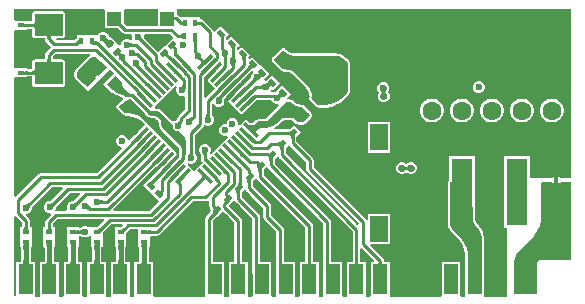
<source format=gtl>
G04*
G04 #@! TF.GenerationSoftware,Altium Limited,Altium Designer,22.5.1 (42)*
G04*
G04 Layer_Physical_Order=1*
G04 Layer_Color=255*
%FSLAX25Y25*%
%MOIN*%
G70*
G04*
G04 #@! TF.SameCoordinates,7192FBDB-E104-44C5-AB31-B02996B251F2*
G04*
G04*
G04 #@! TF.FilePolarity,Positive*
G04*
G01*
G75*
%ADD13C,0.01181*%
G04:AMPARAMS|DCode=23|XSize=74.8mil|YSize=94.49mil|CornerRadius=2.99mil|HoleSize=0mil|Usage=FLASHONLY|Rotation=270.000|XOffset=0mil|YOffset=0mil|HoleType=Round|Shape=RoundedRectangle|*
%AMROUNDEDRECTD23*
21,1,0.07480,0.08850,0,0,270.0*
21,1,0.06882,0.09449,0,0,270.0*
1,1,0.00598,-0.04425,-0.03441*
1,1,0.00598,-0.04425,0.03441*
1,1,0.00598,0.04425,0.03441*
1,1,0.00598,0.04425,-0.03441*
%
%ADD23ROUNDEDRECTD23*%
%ADD29C,0.01575*%
G04:AMPARAMS|DCode=30|XSize=23.62mil|YSize=15.75mil|CornerRadius=0mil|HoleSize=0mil|Usage=FLASHONLY|Rotation=45.000|XOffset=0mil|YOffset=0mil|HoleType=Round|Shape=Rectangle|*
%AMROTATEDRECTD30*
4,1,4,-0.00278,-0.01392,-0.01392,-0.00278,0.00278,0.01392,0.01392,0.00278,-0.00278,-0.01392,0.0*
%
%ADD30ROTATEDRECTD30*%

%ADD31R,0.05906X0.08661*%
%ADD32R,0.01575X0.02362*%
%ADD33R,0.04724X0.04724*%
G04:AMPARAMS|DCode=34|XSize=23.62mil|YSize=15.75mil|CornerRadius=0mil|HoleSize=0mil|Usage=FLASHONLY|Rotation=315.000|XOffset=0mil|YOffset=0mil|HoleType=Round|Shape=Rectangle|*
%AMROTATEDRECTD34*
4,1,4,-0.01392,0.00278,-0.00278,0.01392,0.01392,-0.00278,0.00278,-0.01392,-0.01392,0.00278,0.0*
%
%ADD34ROTATEDRECTD34*%

G04:AMPARAMS|DCode=35|XSize=39.37mil|YSize=27.56mil|CornerRadius=0mil|HoleSize=0mil|Usage=FLASHONLY|Rotation=45.000|XOffset=0mil|YOffset=0mil|HoleType=Round|Shape=Rectangle|*
%AMROTATEDRECTD35*
4,1,4,-0.00418,-0.02366,-0.02366,-0.00418,0.00418,0.02366,0.02366,0.00418,-0.00418,-0.02366,0.0*
%
%ADD35ROTATEDRECTD35*%

G04:AMPARAMS|DCode=36|XSize=31.5mil|YSize=35.43mil|CornerRadius=2.84mil|HoleSize=0mil|Usage=FLASHONLY|Rotation=45.000|XOffset=0mil|YOffset=0mil|HoleType=Round|Shape=RoundedRectangle|*
%AMROUNDEDRECTD36*
21,1,0.03150,0.02976,0,0,45.0*
21,1,0.02583,0.03543,0,0,45.0*
1,1,0.00567,0.01965,-0.00139*
1,1,0.00567,0.00139,-0.01965*
1,1,0.00567,-0.01965,0.00139*
1,1,0.00567,-0.00139,0.01965*
%
%ADD36ROUNDEDRECTD36*%
%ADD37R,0.02362X0.01575*%
%ADD38R,0.04724X0.09843*%
%ADD39R,0.01575X0.01575*%
%ADD40R,0.07087X0.22441*%
G04:AMPARAMS|DCode=41|XSize=62.99mil|YSize=11.81mil|CornerRadius=0mil|HoleSize=0mil|Usage=FLASHONLY|Rotation=135.000|XOffset=0mil|YOffset=0mil|HoleType=Round|Shape=Rectangle|*
%AMROTATEDRECTD41*
4,1,4,0.02645,-0.01810,0.01810,-0.02645,-0.02645,0.01810,-0.01810,0.02645,0.02645,-0.01810,0.0*
%
%ADD41ROTATEDRECTD41*%

G04:AMPARAMS|DCode=42|XSize=62.99mil|YSize=11.81mil|CornerRadius=0mil|HoleSize=0mil|Usage=FLASHONLY|Rotation=225.000|XOffset=0mil|YOffset=0mil|HoleType=Round|Shape=Rectangle|*
%AMROTATEDRECTD42*
4,1,4,0.01810,0.02645,0.02645,0.01810,-0.01810,-0.02645,-0.02645,-0.01810,0.01810,0.02645,0.0*
%
%ADD42ROTATEDRECTD42*%

%ADD43C,0.00984*%
%ADD44C,0.03150*%
%ADD45R,0.01575X0.00591*%
%ADD46C,0.06299*%
%ADD47C,0.02362*%
G36*
X316756Y283157D02*
X316751Y283160D01*
X316736Y283162D01*
X316710Y283163D01*
X316338Y283169D01*
X316240Y283169D01*
Y284154D01*
X316756Y284166D01*
Y283157D01*
D02*
G37*
G36*
X308661Y288386D02*
Y282899D01*
X298178D01*
X297537Y283540D01*
X297384Y283705D01*
X297278Y283837D01*
X297244Y283885D01*
Y288287D01*
X297631Y288560D01*
X308233D01*
X308661Y288386D01*
D02*
G37*
G36*
X321848Y284552D02*
X321878Y284469D01*
X321927Y284395D01*
X321996Y284331D01*
X322084Y284277D01*
X322193Y284232D01*
X322321Y284198D01*
X322468Y284173D01*
X322636Y284158D01*
X322823Y284154D01*
Y283169D01*
X322636Y283164D01*
X322468Y283150D01*
X322321Y283125D01*
X322193Y283091D01*
X322084Y283046D01*
X321996Y282992D01*
X321927Y282928D01*
X321878Y282854D01*
X321848Y282771D01*
X321838Y282677D01*
Y284646D01*
X321848Y284552D01*
D02*
G37*
G36*
X264034Y283738D02*
X264064Y283690D01*
X264113Y283647D01*
X264182Y283611D01*
X264271Y283579D01*
X264379Y283554D01*
X264507Y283534D01*
X264654Y283520D01*
X265009Y283509D01*
Y282524D01*
X264822Y282522D01*
X264507Y282499D01*
X264379Y282479D01*
X264271Y282453D01*
X264182Y282422D01*
X264113Y282385D01*
X264064Y282343D01*
X264034Y282295D01*
X264025Y282241D01*
Y283792D01*
X264034Y283738D01*
D02*
G37*
G36*
X296378Y284104D02*
X296352Y284014D01*
X296353Y283911D01*
X296382Y283793D01*
X296439Y283661D01*
X296523Y283514D01*
X296636Y283354D01*
X296776Y283179D01*
X297141Y282788D01*
X296445Y282092D01*
X296242Y282288D01*
X295878Y282596D01*
X295718Y282709D01*
X295572Y282794D01*
X295440Y282851D01*
X295322Y282879D01*
X295218Y282881D01*
X295128Y282854D01*
X295053Y282800D01*
X296433Y284179D01*
X296378Y284104D01*
D02*
G37*
G36*
X267538Y282032D02*
X267528Y282126D01*
X267498Y282209D01*
X267448Y282283D01*
X267379Y282347D01*
X267289Y282401D01*
X267179Y282446D01*
X267050Y282480D01*
X266900Y282505D01*
X266731Y282519D01*
X266542Y282524D01*
Y283509D01*
X266731Y283513D01*
X266900Y283528D01*
X267050Y283553D01*
X267179Y283587D01*
X267289Y283632D01*
X267379Y283686D01*
X267448Y283750D01*
X267498Y283824D01*
X267528Y283907D01*
X267538Y284001D01*
Y282032D01*
D02*
G37*
G36*
X266711Y279780D02*
X266795Y279356D01*
X267036Y278997D01*
X267395Y278757D01*
X267819Y278672D01*
X270939D01*
Y278445D01*
X271039Y277946D01*
X271322Y277522D01*
X273006Y275838D01*
X272995Y275726D01*
X271322Y274052D01*
X271039Y273629D01*
X270939Y273130D01*
Y271628D01*
X267819D01*
X267395Y271544D01*
X267036Y271304D01*
X266795Y270944D01*
X266711Y270520D01*
Y268598D01*
X265033D01*
Y268868D01*
X264251D01*
X264233Y268872D01*
X264216Y268868D01*
X261096D01*
Y268868D01*
X260653Y269007D01*
Y281039D01*
X260887Y281442D01*
X264007D01*
X264025Y281438D01*
X264042Y281442D01*
X264824D01*
Y281712D01*
X266711D01*
Y279780D01*
D02*
G37*
G36*
X291442Y278910D02*
X291457Y278885D01*
X291482Y278852D01*
X291562Y278759D01*
X291629Y278688D01*
X291979Y278385D01*
X292146Y278263D01*
X292297Y278169D01*
X292433Y278104D01*
X292552Y278067D01*
X292655Y278059D01*
X292743Y278080D01*
X292815Y278130D01*
X291162Y276476D01*
X291192Y276529D01*
X291196Y276600D01*
X291174Y276689D01*
X291125Y276796D01*
X291049Y276920D01*
X290946Y277063D01*
X290817Y277223D01*
X290626Y277434D01*
X290268Y277756D01*
X290295Y277783D01*
X290269Y277811D01*
X291382Y278924D01*
X291409Y278898D01*
X291437Y278925D01*
X291442Y278910D01*
D02*
G37*
G36*
X273135Y279489D02*
X273051Y279460D01*
X272977Y279410D01*
X272913Y279340D01*
X272859Y279250D01*
X272815Y279141D01*
X272780Y279011D01*
X272756Y278862D01*
X272741Y278692D01*
X272736Y278503D01*
X271752D01*
X271747Y278692D01*
X271732Y278862D01*
X271708Y279011D01*
X271673Y279141D01*
X271629Y279250D01*
X271575Y279340D01*
X271511Y279410D01*
X271437Y279460D01*
X271353Y279489D01*
X271260Y279499D01*
X273228D01*
X273135Y279489D01*
D02*
G37*
G36*
X316646Y278457D02*
X316636Y278548D01*
X316606Y278630D01*
X316557Y278702D01*
X316488Y278764D01*
X316400Y278817D01*
X316291Y278860D01*
X316164Y278894D01*
X316016Y278918D01*
X315849Y278932D01*
X315662Y278937D01*
Y279921D01*
X315850Y279926D01*
X316019Y279941D01*
X316168Y279965D01*
X316298Y280000D01*
X316407Y280044D01*
X316497Y280098D01*
X316567Y280162D01*
X316617Y280236D01*
X316647Y280320D01*
X316658Y280413D01*
X316646Y278457D01*
D02*
G37*
G36*
X330920Y279838D02*
X330837Y279794D01*
X330763Y279720D01*
X330699Y279616D01*
X330645Y279484D01*
X330601Y279321D01*
X330566Y279129D01*
X330541Y278908D01*
X330522Y278376D01*
X329538D01*
X329533Y278657D01*
X329493Y279129D01*
X329459Y279321D01*
X329414Y279484D01*
X329360Y279616D01*
X329296Y279720D01*
X329222Y279794D01*
X329139Y279838D01*
X329045Y279853D01*
X331014D01*
X330920Y279838D01*
D02*
G37*
G36*
X290945Y288287D02*
Y281988D01*
X295347D01*
X295387Y281960D01*
X295652Y281735D01*
X296715Y280672D01*
X297139Y280389D01*
X297638Y280290D01*
X299776D01*
X300110Y279790D01*
X300000Y279525D01*
Y278742D01*
X300048Y278625D01*
X299996Y278462D01*
X299743Y278134D01*
X299462Y278125D01*
X299343Y278244D01*
X298620Y278543D01*
X297837D01*
X297113Y278244D01*
X296560Y277690D01*
X296260Y276966D01*
Y276522D01*
X295760Y276315D01*
X295321Y276755D01*
X295321Y276755D01*
X295042Y277033D01*
X294967Y277108D01*
X293392Y278683D01*
X293383Y278697D01*
X293368Y278707D01*
X292815Y279260D01*
X292675Y279120D01*
X292224Y279329D01*
X291925Y280052D01*
X291371Y280606D01*
X290648Y280906D01*
X289864D01*
X289141Y280606D01*
X288592Y280057D01*
X288189Y279823D01*
X285039D01*
Y279823D01*
X284646D01*
Y279823D01*
X281496D01*
Y278736D01*
X281263Y278580D01*
X280660Y277978D01*
X274744D01*
X274596Y278172D01*
X274843Y278672D01*
X276669D01*
X277093Y278757D01*
X277453Y278997D01*
X277693Y279356D01*
X277777Y279780D01*
Y286662D01*
X277693Y287086D01*
X277453Y287445D01*
X277093Y287686D01*
X276669Y287770D01*
X267819D01*
X267395Y287686D01*
X267036Y287445D01*
X266795Y287086D01*
X266711Y286662D01*
Y284321D01*
X264824D01*
Y284591D01*
X264042D01*
X264025Y284595D01*
X264007Y284591D01*
X260887D01*
X260653Y284994D01*
Y288560D01*
X290558D01*
X290945Y288287D01*
D02*
G37*
G36*
X303153Y279029D02*
X303165Y278936D01*
X303186Y278844D01*
X303216Y278753D01*
X303254Y278663D01*
X303301Y278573D01*
X303357Y278484D01*
X303421Y278396D01*
X303495Y278308D01*
X303577Y278222D01*
X302881Y277526D01*
X302794Y277608D01*
X302707Y277681D01*
X302618Y277745D01*
X302529Y277801D01*
X302440Y277848D01*
X302349Y277887D01*
X302258Y277916D01*
X302166Y277937D01*
X302074Y277949D01*
X301980Y277953D01*
X303150Y279122D01*
X303153Y279029D01*
D02*
G37*
G36*
X321686Y278447D02*
X321638Y278417D01*
X321596Y278368D01*
X321559Y278299D01*
X321528Y278211D01*
X321502Y278103D01*
X321482Y277975D01*
X321468Y277827D01*
X321457Y277473D01*
X320472D01*
X320470Y277660D01*
X320447Y277975D01*
X320427Y278103D01*
X320402Y278211D01*
X320371Y278299D01*
X320334Y278368D01*
X320291Y278417D01*
X320243Y278447D01*
X320189Y278457D01*
X321740D01*
X321686Y278447D01*
D02*
G37*
G36*
X287399Y277979D02*
X287425Y277912D01*
X287470Y277852D01*
X287532Y277801D01*
X287612Y277757D01*
X287710Y277721D01*
X287826Y277693D01*
X287959Y277673D01*
X288110Y277661D01*
X288279Y277658D01*
Y276673D01*
X287390Y276685D01*
Y278055D01*
X287399Y277979D01*
D02*
G37*
G36*
X313520Y279222D02*
X313736Y278812D01*
X311177Y276253D01*
X310980Y276450D01*
X308739Y274208D01*
X304047Y278900D01*
X304022Y278935D01*
X303997Y278974D01*
X303980Y279007D01*
X303968Y279034D01*
X303961Y279058D01*
X303956Y279078D01*
X303954Y279096D01*
X303952Y279152D01*
X303937Y279214D01*
Y279525D01*
X303827Y279790D01*
X304162Y280290D01*
X312452D01*
X313520Y279222D01*
D02*
G37*
G36*
X299140Y277338D02*
X299214Y277281D01*
X299294Y277231D01*
X299379Y277187D01*
X299471Y277151D01*
X299567Y277120D01*
X299670Y277097D01*
X299778Y277080D01*
X299891Y277070D01*
X300011Y277067D01*
Y276083D01*
X299891Y276079D01*
X299778Y276069D01*
X299670Y276053D01*
X299567Y276029D01*
X299471Y275999D01*
X299379Y275962D01*
X299294Y275919D01*
X299214Y275869D01*
X299140Y275812D01*
X299072Y275748D01*
Y277402D01*
X299140Y277338D01*
D02*
G37*
G36*
X334562Y276393D02*
X334478Y276349D01*
X334405Y276275D01*
X334341Y276171D01*
X334286Y276039D01*
X334242Y275876D01*
X334208Y275684D01*
X334183Y275463D01*
X334163Y274931D01*
X333179D01*
X333174Y275212D01*
X333135Y275684D01*
X333100Y275876D01*
X333056Y276039D01*
X333002Y276171D01*
X332938Y276275D01*
X332864Y276349D01*
X332781Y276393D01*
X332687Y276408D01*
X334656D01*
X334562Y276393D01*
D02*
G37*
G36*
X301246Y274020D02*
X301264Y274005D01*
X301291Y273992D01*
X301327Y273980D01*
X301372Y273971D01*
X301426Y273963D01*
X301561Y273952D01*
X301731Y273949D01*
X301715Y272965D01*
X300986Y272941D01*
X301237Y274036D01*
X301246Y274020D01*
D02*
G37*
G36*
X296170Y274283D02*
X296131Y274203D01*
X296115Y274115D01*
X296119Y274021D01*
X296144Y273919D01*
X296190Y273810D01*
X296252Y273704D01*
X296263Y273696D01*
X296353Y273647D01*
X296443Y273606D01*
X296533Y273573D01*
X296625Y273548D01*
X296717Y273531D01*
X296810Y273522D01*
X296575Y273314D01*
X296585Y273304D01*
X295889Y272608D01*
X295837Y272658D01*
X295574Y272424D01*
X295575Y272517D01*
X295568Y272609D01*
X295551Y272701D01*
X295525Y272792D01*
X295489Y272883D01*
X295448Y272965D01*
X295383Y273003D01*
X295274Y273049D01*
X295172Y273074D01*
X295078Y273078D01*
X294990Y273061D01*
X294910Y273023D01*
X294837Y272964D01*
X295184Y273312D01*
X295172Y273325D01*
X295376Y273504D01*
X296229Y274356D01*
X296170Y274283D01*
D02*
G37*
G36*
X314612Y273685D02*
X314840Y273492D01*
X314903Y273452D01*
X314958Y273423D01*
X315006Y273405D01*
X315048Y273400D01*
X315082Y273406D01*
X315110Y273424D01*
X314292Y272606D01*
X314287Y272611D01*
X314274Y272626D01*
X313825Y273077D01*
X314521Y273773D01*
X314612Y273685D01*
D02*
G37*
G36*
X287730Y272457D02*
X288119Y272296D01*
X288470Y272062D01*
X288618Y271913D01*
X288618Y271913D01*
X290748Y269783D01*
X288057Y266968D01*
X288728Y266298D01*
X288655Y266357D01*
X288574Y266395D01*
X288487Y266412D01*
X288392Y266408D01*
X288291Y266383D01*
X288182Y266337D01*
X288066Y266269D01*
X287943Y266181D01*
X287895Y266141D01*
X287854Y266093D01*
X287766Y265969D01*
X287699Y265854D01*
X287653Y265745D01*
X287628Y265643D01*
X287624Y265549D01*
X287640Y265461D01*
X287679Y265381D01*
X287737Y265308D01*
X287089Y265956D01*
X284597Y263349D01*
X284098Y263343D01*
X281867Y265574D01*
X281685Y265846D01*
X281560Y266149D01*
X281496Y266470D01*
Y266821D01*
X281569Y267188D01*
X281712Y267534D01*
X281920Y267846D01*
X282053Y267978D01*
X282053Y267978D01*
X286349Y272274D01*
X286543Y272404D01*
X286760Y272494D01*
X286989Y272539D01*
X287106Y272539D01*
X287106Y272539D01*
X287317Y272539D01*
X287730Y272457D01*
D02*
G37*
G36*
X311887Y274019D02*
X311848Y273939D01*
X311831Y273852D01*
X311835Y273758D01*
X311859Y273657D01*
X311904Y273549D01*
X311970Y273434D01*
X312057Y273312D01*
X312165Y273183D01*
X312294Y273048D01*
X311598Y272352D01*
X311462Y272481D01*
X311333Y272588D01*
X311212Y272675D01*
X311097Y272742D01*
X310989Y272787D01*
X310888Y272811D01*
X310794Y272815D01*
X310707Y272797D01*
X310627Y272759D01*
X310554Y272700D01*
X311946Y274092D01*
X311887Y274019D01*
D02*
G37*
G36*
X331793Y273128D02*
X331746Y273047D01*
X331705Y272962D01*
X331669Y272872D01*
X331638Y272778D01*
X331613Y272678D01*
X331594Y272574D01*
X331580Y272465D01*
X331572Y272351D01*
X331569Y272232D01*
X330585Y272072D01*
X330581Y272192D01*
X330570Y272305D01*
X330551Y272411D01*
X330525Y272511D01*
X330491Y272604D01*
X330450Y272689D01*
X330401Y272768D01*
X330345Y272840D01*
X330281Y272905D01*
X330210Y272963D01*
X331846Y273203D01*
X331793Y273128D01*
D02*
G37*
G36*
X334167Y272860D02*
X334178Y272747D01*
X334196Y272640D01*
X334221Y272539D01*
X334253Y272444D01*
X334292Y272356D01*
X334339Y272273D01*
X334392Y272198D01*
X334453Y272128D01*
X334521Y272064D01*
X332872Y271940D01*
X332930Y272013D01*
X332983Y272091D01*
X333029Y272174D01*
X333069Y272262D01*
X333102Y272355D01*
X333130Y272453D01*
X333152Y272557D01*
X333167Y272666D01*
X333176Y272779D01*
X333179Y272899D01*
X334163Y272980D01*
X334167Y272860D01*
D02*
G37*
G36*
X338105Y272948D02*
X338022Y272904D01*
X337948Y272830D01*
X337884Y272727D01*
X337830Y272594D01*
X337786Y272431D01*
X337751Y272239D01*
X337726Y272018D01*
X337707Y271486D01*
X336722D01*
X336718Y271767D01*
X336678Y272239D01*
X336644Y272431D01*
X336599Y272594D01*
X336545Y272727D01*
X336481Y272830D01*
X336407Y272904D01*
X336324Y272948D01*
X336230Y272963D01*
X338199D01*
X338105Y272948D01*
D02*
G37*
G36*
X328793Y271880D02*
X328693Y271777D01*
X328471Y271517D01*
X328424Y271446D01*
X328390Y271383D01*
X328370Y271329D01*
X328363Y271283D01*
X328369Y271244D01*
X328389Y271214D01*
X327570Y272032D01*
X328097Y272576D01*
X328793Y271880D01*
D02*
G37*
G36*
X313025Y272467D02*
X313357Y272173D01*
X313446Y272108D01*
X313523Y272060D01*
X313588Y272028D01*
X313643Y272013D01*
X313686Y272014D01*
X313718Y272032D01*
X312899Y271214D01*
X312891Y271219D01*
X312869Y271239D01*
X312551Y271547D01*
X312195Y271902D01*
X312891Y272598D01*
X313025Y272467D01*
D02*
G37*
G36*
X272741Y271608D02*
X272756Y271439D01*
X272780Y271289D01*
X272815Y271160D01*
X272859Y271050D01*
X272913Y270961D01*
X272977Y270891D01*
X273051Y270841D01*
X273135Y270811D01*
X273228Y270801D01*
X271260D01*
X271353Y270811D01*
X271437Y270841D01*
X271511Y270891D01*
X271575Y270961D01*
X271629Y271050D01*
X271673Y271160D01*
X271708Y271289D01*
X271732Y271439D01*
X271747Y271608D01*
X271752Y271797D01*
X272736D01*
X272741Y271608D01*
D02*
G37*
G36*
X297720Y271651D02*
X297698Y271579D01*
X297689Y271506D01*
X297693Y271430D01*
X297711Y271351D01*
X297742Y271271D01*
X297786Y271188D01*
X297844Y271103D01*
X297915Y271015D01*
X297999Y270926D01*
X297186Y270346D01*
X296204Y271296D01*
X297756Y271720D01*
X297720Y271651D01*
D02*
G37*
G36*
X323035Y272631D02*
X323047Y272538D01*
X323068Y272447D01*
X323097Y272355D01*
X323136Y272265D01*
X323183Y272175D01*
X323239Y272086D01*
X323303Y271998D01*
X323377Y271911D01*
X323394Y271892D01*
X323458Y271831D01*
X323587Y271724D01*
X323709Y271637D01*
X323823Y271570D01*
X323931Y271525D01*
X324032Y271501D01*
X324126Y271497D01*
X324213Y271515D01*
X324293Y271553D01*
X324366Y271612D01*
X322974Y270220D01*
X323033Y270293D01*
X323072Y270373D01*
X323089Y270460D01*
X323086Y270554D01*
X323061Y270655D01*
X323016Y270763D01*
X322950Y270878D01*
X322863Y271000D01*
X322755Y271129D01*
X322695Y271192D01*
X322676Y271210D01*
X322588Y271283D01*
X322500Y271348D01*
X322411Y271404D01*
X322322Y271451D01*
X322231Y271489D01*
X322140Y271519D01*
X322048Y271540D01*
X321955Y271552D01*
X321862Y271555D01*
X323031Y272724D01*
X323035Y272631D01*
D02*
G37*
G36*
X334378Y270155D02*
X334303Y270103D01*
X334237Y270044D01*
X334179Y269977D01*
X334128Y269902D01*
X334086Y269820D01*
X334051Y269730D01*
X334023Y269633D01*
X334004Y269527D01*
X333992Y269414D01*
X333988Y269294D01*
X333004Y269545D01*
X333002Y269664D01*
X332983Y269888D01*
X332966Y269993D01*
X332944Y270093D01*
X332918Y270189D01*
X332887Y270280D01*
X332852Y270366D01*
X332811Y270447D01*
X332766Y270524D01*
X334378Y270155D01*
D02*
G37*
G36*
X340410Y268882D02*
X340337Y268941D01*
X340257Y268979D01*
X340170Y268997D01*
X340076Y268993D01*
X339975Y268969D01*
X339867Y268923D01*
X339752Y268857D01*
X339631Y268770D01*
X339502Y268662D01*
X339366Y268534D01*
X338670Y269230D01*
X338799Y269365D01*
X338907Y269494D01*
X338994Y269616D01*
X339060Y269731D01*
X339105Y269839D01*
X339129Y269939D01*
X339133Y270034D01*
X339116Y270121D01*
X339077Y270200D01*
X339018Y270274D01*
X340410Y268882D01*
D02*
G37*
G36*
X331425Y268944D02*
X331351Y268869D01*
X331086Y268571D01*
X331072Y268546D01*
X331066Y268528D01*
X331068Y268517D01*
X330354Y269248D01*
X330729Y269640D01*
X331425Y268944D01*
D02*
G37*
G36*
X302296Y269870D02*
X302279Y269791D01*
X302274Y269711D01*
X302282Y269630D01*
X302303Y269547D01*
X302336Y269463D01*
X302381Y269378D01*
X302440Y269291D01*
X302511Y269203D01*
X302594Y269114D01*
X301822Y268494D01*
X301677Y268638D01*
X301001Y269236D01*
X300920Y269293D01*
X300849Y269336D01*
X300787Y269367D01*
X302326Y269948D01*
X302296Y269870D01*
D02*
G37*
G36*
X310310Y269752D02*
X310840Y269280D01*
X310884Y269254D01*
X310915Y269244D01*
X310934Y269248D01*
X310116Y268430D01*
X310120Y268449D01*
X310110Y268480D01*
X310084Y268524D01*
X310043Y268581D01*
X309987Y268650D01*
X309729Y268934D01*
X309481Y269187D01*
X310177Y269883D01*
X310310Y269752D01*
D02*
G37*
G36*
X333199Y267795D02*
X333067Y267663D01*
X332596Y267132D01*
X332570Y267088D01*
X332560Y267057D01*
X332564Y267038D01*
X331746Y267857D01*
X331765Y267852D01*
X331796Y267862D01*
X331840Y267888D01*
X331897Y267929D01*
X331966Y267985D01*
X332250Y268243D01*
X332503Y268491D01*
X333199Y267795D01*
D02*
G37*
G36*
X319542Y268969D02*
X319553Y268937D01*
X319578Y268893D01*
X319619Y268837D01*
X319675Y268767D01*
X319934Y268483D01*
X320182Y268230D01*
X319486Y267534D01*
X319353Y267666D01*
X318823Y268137D01*
X318778Y268163D01*
X318747Y268174D01*
X318729Y268169D01*
X319547Y268987D01*
X319542Y268969D01*
D02*
G37*
G36*
X308918Y268360D02*
X309448Y267888D01*
X309492Y267862D01*
X309523Y267852D01*
X309542Y267857D01*
X308724Y267038D01*
X308728Y267057D01*
X308718Y267088D01*
X308692Y267132D01*
X308651Y267189D01*
X308596Y267258D01*
X308337Y267542D01*
X308089Y267795D01*
X308785Y268491D01*
X308918Y268360D01*
D02*
G37*
G36*
X342368Y267022D02*
X342441Y267074D01*
X342529Y267147D01*
X342616Y267229D01*
X343267Y266488D01*
X343185Y266402D01*
X343111Y266315D01*
X343096Y266294D01*
X343432Y265958D01*
X343359Y266017D01*
X343279Y266055D01*
X343192Y266073D01*
X343098Y266069D01*
X342997Y266045D01*
X342922Y266013D01*
X342897Y265959D01*
X342864Y265868D01*
X342839Y265777D01*
X342822Y265685D01*
X342813Y265592D01*
X342615Y265815D01*
X342524Y265739D01*
X342388Y265610D01*
X341692Y266306D01*
X341821Y266441D01*
X341929Y266570D01*
X341936Y266580D01*
X341715Y266828D01*
X341808Y266826D01*
X341901Y266834D01*
X341992Y266850D01*
X342084Y266877D01*
X342117Y266890D01*
X342127Y266915D01*
X342152Y267016D01*
X342155Y267109D01*
X342138Y267196D01*
X342099Y267277D01*
X342040Y267350D01*
X342368Y267022D01*
D02*
G37*
G36*
X323951Y266777D02*
X323933Y266782D01*
X323901Y266771D01*
X323857Y266745D01*
X323801Y266705D01*
X323731Y266649D01*
X323447Y266390D01*
X323194Y266142D01*
X322498Y266838D01*
X322630Y266971D01*
X323102Y267501D01*
X323127Y267545D01*
X323138Y267577D01*
X323133Y267595D01*
X323951Y266777D01*
D02*
G37*
G36*
X264243Y268015D02*
X264273Y267967D01*
X264322Y267925D01*
X264391Y267888D01*
X264479Y267857D01*
X264588Y267831D01*
X264716Y267811D01*
X264863Y267797D01*
X265218Y267786D01*
Y266802D01*
X265031Y266799D01*
X264716Y266776D01*
X264588Y266756D01*
X264479Y266731D01*
X264391Y266700D01*
X264322Y266663D01*
X264273Y266620D01*
X264243Y266572D01*
X264233Y266518D01*
Y268069D01*
X264243Y268015D01*
D02*
G37*
G36*
X334591Y266403D02*
X334459Y266271D01*
X333988Y265740D01*
X333962Y265696D01*
X333952Y265665D01*
X333956Y265646D01*
X333138Y266465D01*
X333157Y266460D01*
X333188Y266470D01*
X333232Y266496D01*
X333289Y266537D01*
X333358Y266593D01*
X333642Y266851D01*
X333895Y267099D01*
X334591Y266403D01*
D02*
G37*
G36*
X267538Y266309D02*
X267528Y266403D01*
X267498Y266487D01*
X267448Y266560D01*
X267379Y266624D01*
X267289Y266679D01*
X267179Y266723D01*
X267050Y266757D01*
X266900Y266782D01*
X266731Y266797D01*
X266542Y266802D01*
Y267786D01*
X266731Y267791D01*
X266900Y267806D01*
X267050Y267830D01*
X267179Y267864D01*
X267289Y267909D01*
X267379Y267963D01*
X267448Y268027D01*
X267498Y268101D01*
X267528Y268184D01*
X267538Y268278D01*
Y266309D01*
D02*
G37*
G36*
X318150Y267577D02*
X318161Y267545D01*
X318186Y267501D01*
X318227Y267445D01*
X318283Y267375D01*
X318542Y267091D01*
X318790Y266838D01*
X318094Y266142D01*
X317961Y266274D01*
X317431Y266745D01*
X317387Y266771D01*
X317355Y266782D01*
X317337Y266777D01*
X318155Y267595D01*
X318150Y267577D01*
D02*
G37*
G36*
X307526Y266968D02*
X308056Y266496D01*
X308100Y266470D01*
X308131Y266460D01*
X308150Y266465D01*
X307332Y265646D01*
X307336Y265665D01*
X307326Y265696D01*
X307300Y265740D01*
X307259Y265797D01*
X307204Y265866D01*
X306945Y266150D01*
X306697Y266403D01*
X307393Y267099D01*
X307526Y266968D01*
D02*
G37*
G36*
X316745Y266171D02*
X316744Y266128D01*
X316759Y266074D01*
X316791Y266008D01*
X316839Y265931D01*
X316904Y265843D01*
X317083Y265632D01*
X317328Y265376D01*
X316632Y264681D01*
X315945Y265385D01*
X316763Y266203D01*
X316745Y266171D01*
D02*
G37*
G36*
X341572Y264470D02*
X341479Y264470D01*
X341387Y264462D01*
X341295Y264444D01*
X341203Y264416D01*
X341113Y264380D01*
X341023Y264335D01*
X340934Y264280D01*
X340846Y264216D01*
X340758Y264143D01*
X340671Y264061D01*
X340007Y264790D01*
X340090Y264876D01*
X340163Y264963D01*
X340229Y265051D01*
X340286Y265140D01*
X340334Y265230D01*
X340375Y265320D01*
X340407Y265411D01*
X340431Y265502D01*
X340446Y265595D01*
X340453Y265688D01*
X341572Y264470D01*
D02*
G37*
G36*
X335913Y265081D02*
X335783Y264948D01*
X335489Y264615D01*
X335424Y264526D01*
X335376Y264449D01*
X335344Y264384D01*
X335329Y264329D01*
X335330Y264286D01*
X335348Y264254D01*
X334530Y265073D01*
X335217Y265777D01*
X335913Y265081D01*
D02*
G37*
G36*
X306134Y265576D02*
X306664Y265104D01*
X306708Y265078D01*
X306739Y265068D01*
X306758Y265073D01*
X305940Y264254D01*
X305944Y264273D01*
X305934Y264304D01*
X305908Y264348D01*
X305868Y264405D01*
X305812Y264474D01*
X305553Y264758D01*
X305305Y265012D01*
X306001Y265707D01*
X306134Y265576D01*
D02*
G37*
G36*
X346310Y263447D02*
X346228Y263360D01*
X346182Y263306D01*
X346524Y262965D01*
X346451Y263024D01*
X346371Y263062D01*
X346284Y263080D01*
X346190Y263076D01*
X346089Y263052D01*
X345981Y263007D01*
X345981Y263006D01*
X345940Y262918D01*
X345907Y262827D01*
X345882Y262736D01*
X345865Y262643D01*
X345856Y262550D01*
X345654Y262778D01*
X345616Y262746D01*
X345480Y262617D01*
X344784Y263313D01*
X344915Y263446D01*
X344988Y263528D01*
X344758Y263787D01*
X344851Y263785D01*
X344944Y263792D01*
X345036Y263809D01*
X345127Y263835D01*
X345217Y263871D01*
X345307Y263916D01*
X345354Y263944D01*
X345380Y263983D01*
X345403Y264030D01*
X345411Y264063D01*
X345404Y264085D01*
X345467Y264021D01*
X345484Y264033D01*
X345572Y264106D01*
X345659Y264188D01*
X346310Y263447D01*
D02*
G37*
G36*
X340381Y267716D02*
X340392Y267704D01*
X340377Y267176D01*
X339965Y266765D01*
X339665Y266041D01*
Y265794D01*
X339653Y265749D01*
X339649Y265692D01*
X339645Y265670D01*
X339638Y265646D01*
X339629Y265618D01*
X339615Y265586D01*
X339595Y265550D01*
X339568Y265509D01*
X339541Y265472D01*
X337401Y263332D01*
X337314Y263419D01*
X336775Y262880D01*
X336763Y262873D01*
X336756Y262863D01*
X336746Y262856D01*
X336736Y262842D01*
X331746Y257852D01*
X334530Y255068D01*
X334530Y255068D01*
X336479Y253119D01*
X339243Y255883D01*
X339350Y255955D01*
X341500Y258105D01*
X346467D01*
X346658Y257645D01*
X347212Y257091D01*
X347935Y256791D01*
X348718D01*
X348720Y256789D01*
X349001Y256367D01*
X344519Y251886D01*
X342815Y251886D01*
X342604Y251886D01*
X342527Y251870D01*
X342448D01*
X342035Y251788D01*
X341962Y251758D01*
X341884Y251742D01*
X341495Y251581D01*
X341429Y251537D01*
X341356Y251507D01*
X341232Y251424D01*
X341208Y251400D01*
X341177Y251384D01*
X340801Y251083D01*
X340791Y251071D01*
X340777Y251063D01*
X340759Y251040D01*
X340735Y251024D01*
X340202Y250491D01*
X339700Y250491D01*
X339593Y250496D01*
X339364Y250541D01*
X339206Y250607D01*
X339120Y250624D01*
X339038Y250656D01*
X339009Y250655D01*
X337940Y251724D01*
X335933Y249717D01*
X335433Y249924D01*
Y250490D01*
X335133Y251214D01*
X334580Y251767D01*
X333856Y252067D01*
X333073D01*
X332349Y251767D01*
X331796Y251214D01*
X331496Y250490D01*
Y250001D01*
X331494Y250000D01*
X330711D01*
X329987Y249700D01*
X329433Y249147D01*
X329134Y248423D01*
Y247640D01*
X329433Y246916D01*
X329987Y246363D01*
X330711Y246063D01*
X331494D01*
X331627Y246118D01*
X331910Y245694D01*
X330424Y244208D01*
X330424Y244208D01*
X326805Y240589D01*
X326805Y240589D01*
X326360Y240144D01*
X325936Y240427D01*
X326197Y241057D01*
Y241840D01*
X325897Y242564D01*
X325343Y243118D01*
X324620Y243417D01*
X323837D01*
X323113Y243118D01*
X322560Y242564D01*
X322260Y241840D01*
Y241057D01*
X322560Y240334D01*
X322780Y240113D01*
X322814Y240059D01*
X322851Y240018D01*
X322863Y240003D01*
X322873Y239986D01*
X322885Y239964D01*
X322896Y239936D01*
X322907Y239901D01*
X322917Y239856D01*
X322924Y239813D01*
Y238432D01*
X323023Y237933D01*
X323306Y237510D01*
X323516Y237300D01*
X320983Y234767D01*
X320644Y234493D01*
X320305Y234767D01*
X318489Y236583D01*
X318563Y237216D01*
X318563Y237216D01*
X318570Y237209D01*
X319293Y236910D01*
X320077D01*
X320800Y237209D01*
X321354Y237763D01*
X321654Y238486D01*
Y239269D01*
X321354Y239993D01*
X321134Y240213D01*
X321100Y240268D01*
X321062Y240309D01*
X321051Y240323D01*
X321040Y240340D01*
X321029Y240362D01*
X321018Y240390D01*
X321006Y240426D01*
X320996Y240470D01*
X320990Y240513D01*
Y246560D01*
X323659Y249230D01*
X323864Y249537D01*
X323972Y249663D01*
X324282Y249765D01*
X324477Y249783D01*
X324904Y249606D01*
X325687D01*
X326410Y249906D01*
X326964Y250460D01*
X327264Y251183D01*
Y251966D01*
X326964Y252690D01*
X326629Y253025D01*
X326592Y253076D01*
X326554Y253110D01*
X326548Y253117D01*
X326542Y253126D01*
X326535Y253138D01*
X326526Y253157D01*
X326517Y253184D01*
X326508Y253221D01*
X326501Y253259D01*
Y256704D01*
X326619Y256783D01*
X327170Y256759D01*
X327724Y256205D01*
X328447Y255906D01*
X329230D01*
X329954Y256205D01*
X330507Y256759D01*
X330807Y257483D01*
Y258230D01*
X330911Y258687D01*
X331464Y259240D01*
X331479Y259249D01*
X331488Y259264D01*
X335901Y263677D01*
X335916Y263687D01*
X335926Y263701D01*
X336479Y264254D01*
X336357Y264376D01*
X339913Y267931D01*
X340381Y267716D01*
D02*
G37*
G36*
X304742Y264184D02*
X305272Y263712D01*
X305316Y263686D01*
X305347Y263676D01*
X305366Y263681D01*
X304548Y262862D01*
X304553Y262881D01*
X304542Y262912D01*
X304516Y262956D01*
X304476Y263013D01*
X304420Y263082D01*
X304161Y263367D01*
X303913Y263619D01*
X304609Y264316D01*
X304742Y264184D01*
D02*
G37*
G36*
X279581Y273499D02*
X285871D01*
X285879Y273483D01*
X285988Y272999D01*
X285903Y272942D01*
X285847Y272886D01*
X285781Y272842D01*
X281485Y268546D01*
X281485Y268546D01*
X281353Y268413D01*
X281309Y268348D01*
X281253Y268292D01*
X281045Y267980D01*
X281015Y267907D01*
X280971Y267842D01*
X280827Y267496D01*
X280812Y267418D01*
X280782Y267345D01*
X280709Y266978D01*
Y266899D01*
X280693Y266821D01*
Y266470D01*
X280709Y266392D01*
Y266313D01*
X280773Y265992D01*
X280803Y265919D01*
X280818Y265842D01*
X280944Y265539D01*
X280988Y265473D01*
X281018Y265400D01*
X281200Y265127D01*
X281256Y265072D01*
X281300Y265006D01*
X283530Y262776D01*
X283534Y262773D01*
X283536Y262769D01*
X283664Y262686D01*
X283790Y262602D01*
X283795Y262601D01*
X283799Y262598D01*
X283800Y262598D01*
X285249Y261149D01*
X288989Y264889D01*
X292597Y268497D01*
X293989Y267105D01*
X290381Y263497D01*
X293443Y260435D01*
X293555Y260547D01*
X294701Y259782D01*
X294774Y259752D01*
X294839Y259708D01*
X296439Y259045D01*
X296517Y259030D01*
X296590Y258999D01*
X296718Y258974D01*
X296954Y258738D01*
X297041Y258603D01*
X297055Y258572D01*
X296742Y258089D01*
X296742D01*
X296742Y258089D01*
X294515Y255862D01*
X296206Y254171D01*
X296234Y254128D01*
X296290Y254072D01*
X296334Y254007D01*
X296381Y253960D01*
X296381Y253960D01*
X296935Y253406D01*
X297099Y253242D01*
X297099Y253242D01*
X297115Y253226D01*
X297227Y253136D01*
X297237Y253126D01*
X297299Y253078D01*
X297299Y253078D01*
X297319Y253082D01*
X297349Y253069D01*
X297376Y253052D01*
X297376Y253051D01*
X297415Y253026D01*
X297458Y253008D01*
X297536Y252992D01*
X297565Y252980D01*
X297566D01*
X297609Y252962D01*
X297655Y252953D01*
X297734D01*
X297752Y252949D01*
X297795Y252938D01*
X297810Y252938D01*
X297811Y252937D01*
X297815D01*
X298644Y252897D01*
X300290Y252569D01*
X301823Y251934D01*
X303218Y251002D01*
X303834Y250444D01*
X304343Y249935D01*
X299749Y245342D01*
X299735Y245332D01*
X299725Y245318D01*
X299172Y244764D01*
X299121Y244762D01*
X298622Y244880D01*
X298322Y245603D01*
X297769Y246157D01*
X297045Y246457D01*
X296262D01*
X295538Y246157D01*
X294985Y245603D01*
X294685Y244880D01*
Y244097D01*
X294985Y243373D01*
X295538Y242819D01*
X296262Y242520D01*
X296378D01*
X296569Y242058D01*
X288198Y233686D01*
X269587D01*
X269087Y233587D01*
X268664Y233304D01*
X261153Y225793D01*
X260653Y226000D01*
Y265581D01*
X261096Y265719D01*
Y265719D01*
X264216D01*
X264233Y265715D01*
X264251Y265719D01*
X265033D01*
Y265989D01*
X266711D01*
Y263639D01*
X266795Y263215D01*
X267036Y262855D01*
X267395Y262615D01*
X267819Y262531D01*
X276669D01*
X277093Y262615D01*
X277453Y262855D01*
X277693Y263215D01*
X277777Y263639D01*
Y270520D01*
X277693Y270944D01*
X277453Y271304D01*
X277093Y271544D01*
X276669Y271628D01*
X273549D01*
Y272590D01*
X274458Y273499D01*
X279581D01*
X279581Y273499D01*
D02*
G37*
G36*
X338802Y262192D02*
X338132Y261471D01*
X337314Y262289D01*
X337339Y262277D01*
X337376Y262282D01*
X337426Y262302D01*
X337487Y262338D01*
X337560Y262390D01*
X337645Y262458D01*
X337852Y262642D01*
X338106Y262888D01*
X338802Y262192D01*
D02*
G37*
G36*
X343833Y261782D02*
X343765Y261845D01*
X343691Y261902D01*
X343611Y261952D01*
X343526Y261996D01*
X343435Y262033D01*
X343338Y262063D01*
X343236Y262086D01*
X343127Y262103D01*
X343014Y262113D01*
X342895Y262116D01*
Y263100D01*
X343014Y263104D01*
X343127Y263114D01*
X343236Y263131D01*
X343338Y263154D01*
X343435Y263184D01*
X343526Y263221D01*
X343611Y263264D01*
X343691Y263315D01*
X343765Y263371D01*
X343833Y263435D01*
Y261782D01*
D02*
G37*
G36*
X317717Y263085D02*
X317678Y261715D01*
X316356Y262585D01*
X316427Y262602D01*
X316491Y262631D01*
X316548Y262672D01*
X316597Y262725D01*
X316638Y262790D01*
X316672Y262867D01*
X316698Y262955D01*
X316717Y263055D01*
X316728Y263167D01*
X316732Y263291D01*
X317717Y263085D01*
D02*
G37*
G36*
X329519Y261209D02*
X329501Y261214D01*
X329469Y261203D01*
X329425Y261178D01*
X329369Y261137D01*
X329299Y261081D01*
X329015Y260822D01*
X328762Y260574D01*
X328066Y261270D01*
X328198Y261403D01*
X328669Y261933D01*
X328695Y261978D01*
X328706Y262009D01*
X328701Y262027D01*
X329519Y261209D01*
D02*
G37*
G36*
X340159Y260836D02*
X340027Y260703D01*
X339556Y260172D01*
X339530Y260128D01*
X339519Y260097D01*
X339524Y260079D01*
X338706Y260897D01*
X338724Y260892D01*
X338756Y260903D01*
X338800Y260928D01*
X338856Y260969D01*
X338926Y261025D01*
X339210Y261283D01*
X339463Y261532D01*
X340159Y260836D01*
D02*
G37*
G36*
X302582Y260897D02*
X301868Y260166D01*
X301871Y260176D01*
X301865Y260194D01*
X301851Y260219D01*
X301828Y260251D01*
X301796Y260290D01*
X301651Y260450D01*
X301512Y260593D01*
X302207Y261288D01*
X302582Y260897D01*
D02*
G37*
G36*
X350396Y259289D02*
X350323Y259349D01*
X350243Y259387D01*
X350156Y259404D01*
X350062Y259401D01*
X349961Y259376D01*
X349853Y259331D01*
X349738Y259265D01*
X349714Y259248D01*
X349690Y259211D01*
X349639Y259122D01*
X349596Y259032D01*
X349562Y258942D01*
X349535Y258851D01*
X349516Y258759D01*
X349504Y258667D01*
X348878Y259415D01*
X348656Y259637D01*
X348675Y259658D01*
X348443Y259935D01*
X348536Y259931D01*
X348628Y259936D01*
X348719Y259951D01*
X348810Y259975D01*
X348900Y260009D01*
X348990Y260053D01*
X349000Y260059D01*
X349046Y260139D01*
X349091Y260246D01*
X349115Y260347D01*
X349119Y260441D01*
X349101Y260528D01*
X349063Y260608D01*
X349004Y260681D01*
X350396Y259289D01*
D02*
G37*
G36*
X296445Y264087D02*
Y264087D01*
X296494Y264037D01*
X296572Y263920D01*
X296626Y263791D01*
X296654Y263653D01*
Y263583D01*
X296661Y263420D01*
X296725Y263100D01*
X296850Y262799D01*
X297031Y262527D01*
X297141Y262406D01*
X298975Y260572D01*
X298975Y260572D01*
X298975Y260572D01*
X299009Y260541D01*
X299087Y260489D01*
X299087Y260489D01*
X299173Y260454D01*
X299173Y260454D01*
X299264Y260435D01*
X299264Y260435D01*
X299311Y260433D01*
Y259449D01*
X298445D01*
X297526Y259632D01*
X297487Y259593D01*
X297426Y259651D01*
X296746Y259787D01*
X295146Y260449D01*
X293706Y261412D01*
X293094Y262024D01*
X291989Y263129D01*
X292003Y263629D01*
X294587Y265945D01*
X296445Y264087D01*
D02*
G37*
G36*
X330911Y259817D02*
X330892Y259822D01*
X330861Y259811D01*
X330817Y259786D01*
X330761Y259745D01*
X330691Y259689D01*
X330407Y259430D01*
X330173Y259201D01*
X330095Y259118D01*
X330024Y259030D01*
X329966Y258943D01*
X329920Y258858D01*
X329887Y258774D01*
X329866Y258691D01*
X329858Y258609D01*
X329863Y258529D01*
X329880Y258450D01*
X329910Y258372D01*
X328371Y258959D01*
X328434Y258990D01*
X328507Y259034D01*
X328588Y259090D01*
X328777Y259239D01*
X329003Y259438D01*
X329408Y259828D01*
X329925Y259411D01*
X329458Y259878D01*
X329590Y260011D01*
X330061Y260542D01*
X330087Y260585D01*
X330097Y260617D01*
X330093Y260635D01*
X330911Y259817D01*
D02*
G37*
G36*
X341308Y259061D02*
X340916Y258687D01*
X340185Y259401D01*
X340195Y259398D01*
X340213Y259404D01*
X340238Y259418D01*
X340270Y259441D01*
X340309Y259473D01*
X340470Y259618D01*
X340612Y259757D01*
X341308Y259061D01*
D02*
G37*
G36*
X329772Y270760D02*
Y269833D01*
X327622Y267682D01*
X327551Y267576D01*
X324786Y264811D01*
X326178Y263419D01*
X327622Y261975D01*
X327009Y261362D01*
X326988Y261348D01*
X324541Y258901D01*
X324041Y259108D01*
Y265736D01*
X324504Y266199D01*
X324519Y266209D01*
X324529Y266224D01*
X328942Y270637D01*
X328956Y270647D01*
X328966Y270661D01*
X329272Y270968D01*
X329772Y270760D01*
D02*
G37*
G36*
X300566Y260008D02*
X301096Y259536D01*
X301140Y259511D01*
X301172Y259500D01*
X301190Y259505D01*
X300372Y258687D01*
X300377Y258705D01*
X300366Y258736D01*
X300341Y258780D01*
X300300Y258837D01*
X300244Y258907D01*
X299985Y259191D01*
X299737Y259444D01*
X300433Y260140D01*
X300566Y260008D01*
D02*
G37*
G36*
X352438Y257533D02*
X352664Y257488D01*
X353093Y257311D01*
X353478Y257054D01*
X353642Y256890D01*
X353910Y256646D01*
X354513Y256244D01*
X355183Y255966D01*
X355497Y255904D01*
X355665Y255735D01*
X355777Y255848D01*
X355893Y255825D01*
X356256Y255807D01*
X356448Y255795D01*
X356625Y255752D01*
X356964Y255621D01*
X357003Y255595D01*
X357070Y255529D01*
X358805Y253793D01*
X358805Y253793D01*
X358888Y253710D01*
X359018Y253516D01*
X359108Y253299D01*
X359154Y253070D01*
X359154Y252953D01*
X359154Y252906D01*
X359135Y252814D01*
X359099Y252728D01*
X359047Y252650D01*
X359014Y252617D01*
X357480Y251083D01*
X357387Y250989D01*
X357167Y250842D01*
X356922Y250741D01*
X356662Y250689D01*
X355641D01*
X355381Y250741D01*
X355137Y250842D01*
X354916Y250989D01*
X354823Y251083D01*
X353990Y251916D01*
X353990Y251916D01*
X353903Y251994D01*
X353710Y252123D01*
X353495Y252213D01*
X353266Y252258D01*
X353150Y252264D01*
X351531Y252264D01*
X351531Y252264D01*
X351169Y252246D01*
X350458Y252105D01*
X349789Y251827D01*
X349186Y251425D01*
X348917Y251181D01*
X347987Y250251D01*
X346937Y249549D01*
X345769Y249065D01*
X344530Y248819D01*
X343576D01*
X343576Y248819D01*
X343279Y248804D01*
X342698Y248689D01*
X342150Y248462D01*
X341657Y248132D01*
X341437Y247933D01*
X341393Y247884D01*
X341319Y247775D01*
X341283Y247686D01*
X341262Y247650D01*
X340901Y247510D01*
X340742Y247503D01*
X338627Y249437D01*
X338899Y249865D01*
X339130Y249769D01*
X339495Y249697D01*
X339681Y249688D01*
X340534Y249688D01*
X341303Y250456D01*
X341303Y250456D01*
X341678Y250757D01*
X341802Y250839D01*
X342191Y251000D01*
X342604Y251083D01*
X342815Y251083D01*
X344851Y251083D01*
X350978Y257209D01*
X350978Y257209D01*
Y257209D01*
X351368Y257475D01*
X351502Y257530D01*
X351512Y257532D01*
X351978Y257579D01*
X351978Y257579D01*
X351978D01*
X352438Y257533D01*
D02*
G37*
G36*
X325693Y253277D02*
X325703Y253164D01*
X325721Y253057D01*
X325747Y252956D01*
X325779Y252861D01*
X325818Y252773D01*
X325865Y252692D01*
X325919Y252616D01*
X325980Y252547D01*
X326049Y252484D01*
X324401Y252346D01*
X324459Y252419D01*
X324510Y252497D01*
X324556Y252581D01*
X324595Y252669D01*
X324629Y252762D01*
X324656Y252861D01*
X324677Y252965D01*
X324693Y253073D01*
X324702Y253187D01*
X324705Y253306D01*
X325689Y253397D01*
X325693Y253277D01*
D02*
G37*
G36*
X314822Y262424D02*
X314567Y261809D01*
Y261026D01*
X314867Y260302D01*
X315420Y259749D01*
X316144Y259449D01*
X316927D01*
X317192Y259558D01*
X317691Y259224D01*
Y255068D01*
X315514Y252891D01*
X315232Y252468D01*
X315132Y251969D01*
Y251575D01*
X315061D01*
X314338Y251275D01*
X314096Y251034D01*
X313406Y251017D01*
X309913Y254510D01*
X309913Y254510D01*
X309797Y254626D01*
X309732Y254669D01*
X309676Y254725D01*
X309403Y254907D01*
X309330Y254938D01*
X309264Y254981D01*
X308962Y255107D01*
X308884Y255122D01*
X308811Y255153D01*
X308490Y255217D01*
X308411D01*
X308333Y255232D01*
X308189D01*
X307872Y255247D01*
X307683Y255285D01*
X307518Y255828D01*
X308985Y257295D01*
X311769Y260079D01*
X314398Y262708D01*
X314822Y262424D01*
D02*
G37*
G36*
X320501Y251713D02*
X320419Y251626D01*
X320346Y251538D01*
X320281Y251450D01*
X320226Y251361D01*
X320179Y251272D01*
X320141Y251181D01*
X320112Y251090D01*
X320092Y250998D01*
X320081Y250905D01*
X320078Y250812D01*
X318897Y251969D01*
X318990Y251973D01*
X319083Y251986D01*
X319174Y252008D01*
X319266Y252038D01*
X319356Y252077D01*
X319445Y252124D01*
X319534Y252180D01*
X319623Y252245D01*
X319710Y252319D01*
X319797Y252400D01*
X320501Y251713D01*
D02*
G37*
G36*
X316785Y250615D02*
X316720Y250549D01*
X316572Y250376D01*
X316539Y250328D01*
X316514Y250285D01*
X316497Y250247D01*
X316489Y250214D01*
X316488Y250185D01*
X316495Y250161D01*
X315499Y250786D01*
X315516Y250791D01*
X315541Y250806D01*
X315576Y250830D01*
X315619Y250865D01*
X315801Y251029D01*
X316061Y251284D01*
X316785Y250615D01*
D02*
G37*
G36*
X446434Y232185D02*
X442843D01*
X442792Y232262D01*
X442531Y232436D01*
X442224Y232498D01*
X440649D01*
X440342Y232436D01*
X440082Y232262D01*
X440030Y232185D01*
X432579D01*
Y239370D01*
X423917D01*
Y215354D01*
X425098D01*
Y192543D01*
X417751D01*
X417323Y192717D01*
X417323Y193043D01*
Y194509D01*
X417338Y194587D01*
Y211488D01*
Y212150D01*
X417323Y212227D01*
Y212306D01*
X417065Y213605D01*
X417034Y213678D01*
X417019Y213755D01*
X416512Y214979D01*
X416468Y215044D01*
X416438Y215117D01*
X415702Y216218D01*
X415647Y216274D01*
X415603Y216340D01*
X415149Y216794D01*
X414980Y216980D01*
X414691Y217412D01*
X414499Y217875D01*
X414468Y218030D01*
Y239370D01*
X405807D01*
Y231490D01*
X405795Y231488D01*
X405682Y231413D01*
X405565Y231343D01*
X405552Y231326D01*
X405535Y231314D01*
X405459Y231201D01*
X405378Y231092D01*
X405373Y231071D01*
X405361Y231053D01*
X405334Y230920D01*
X405301Y230789D01*
X405304Y230767D01*
X405300Y230746D01*
Y216491D01*
X405315Y216413D01*
Y216334D01*
X405405Y215880D01*
X405436Y215807D01*
X405451Y215729D01*
X405628Y215301D01*
X405672Y215235D01*
X405703Y215162D01*
X405820Y214987D01*
X405847Y214960D01*
X405864Y214926D01*
X406169Y214552D01*
X406179Y214544D01*
X406185Y214533D01*
X406208Y214515D01*
X406224Y214491D01*
X408415Y212300D01*
X409021Y211632D01*
X410033Y210117D01*
X410722Y208452D01*
X411078Y206665D01*
X411122Y205764D01*
Y204134D01*
X411024D01*
Y193043D01*
X411024Y192717D01*
X410596Y192543D01*
X409877D01*
X409449Y192717D01*
X409449Y193043D01*
Y204134D01*
X403150D01*
Y193043D01*
X403150Y192717D01*
X402722Y192543D01*
X386255D01*
X385827Y192717D01*
Y204134D01*
X383982D01*
Y204528D01*
X383882Y205027D01*
X383600Y205450D01*
X379472Y209577D01*
X379664Y210039D01*
X386122D01*
Y220276D01*
X378642D01*
Y218169D01*
X378142Y218017D01*
X377989Y218245D01*
X360557Y235678D01*
Y237997D01*
X360457Y238496D01*
X360174Y238919D01*
X354793Y244301D01*
Y245504D01*
X354801Y245728D01*
X354819Y245896D01*
X354830Y245955D01*
X356272Y247397D01*
X354045Y249624D01*
X353106Y248686D01*
X353093Y248676D01*
X353082Y248661D01*
X352901Y248480D01*
X352874Y248472D01*
X352763Y248451D01*
X352450Y248424D01*
X347578D01*
X347446Y248732D01*
X347445Y248923D01*
X348433Y249584D01*
X348489Y249640D01*
X348555Y249683D01*
X349471Y250600D01*
X349681Y250790D01*
X350169Y251116D01*
X350692Y251333D01*
X351267Y251447D01*
X351551Y251461D01*
X353130Y251461D01*
X353168Y251459D01*
X353260Y251441D01*
X353329Y251412D01*
X353408Y251360D01*
X353436Y251334D01*
X354255Y250515D01*
X354255Y250515D01*
X354349Y250421D01*
X354415Y250377D01*
X354470Y250322D01*
X354691Y250174D01*
X354764Y250144D01*
X354829Y250100D01*
X355074Y249999D01*
X355152Y249984D01*
X355225Y249953D01*
X355484Y249902D01*
X355563D01*
X355641Y249886D01*
X356662D01*
X356740Y249902D01*
X356819D01*
X357079Y249953D01*
X357152Y249984D01*
X357229Y249999D01*
X357474Y250100D01*
X357540Y250144D01*
X357612Y250174D01*
X357833Y250322D01*
X357889Y250377D01*
X357954Y250421D01*
X358048Y250515D01*
X359582Y252049D01*
X359615Y252082D01*
X359659Y252148D01*
X359715Y252204D01*
X359767Y252282D01*
X359797Y252355D01*
X359841Y252420D01*
X359877Y252507D01*
X359892Y252584D01*
X359923Y252657D01*
X359941Y252749D01*
X359941Y252828D01*
X359956Y252906D01*
X359956Y252953D01*
X359956Y253070D01*
X359941Y253147D01*
Y253226D01*
X359895Y253456D01*
X359865Y253529D01*
X359850Y253607D01*
X359760Y253823D01*
X359716Y253889D01*
X359686Y253962D01*
X359556Y254156D01*
X359500Y254212D01*
X359456Y254278D01*
X359373Y254361D01*
X359373Y254361D01*
X357638Y256096D01*
X357637Y256096D01*
X357571Y256163D01*
X357524Y256194D01*
X357519Y256202D01*
X357495Y256217D01*
X357450Y256262D01*
X357410Y256289D01*
X357337Y256319D01*
X357311Y256337D01*
X357304Y256338D01*
X357254Y256370D01*
X356915Y256501D01*
X356862Y256510D01*
X356813Y256533D01*
X356636Y256575D01*
X356566Y256578D01*
X356499Y256596D01*
X356306Y256608D01*
X356300Y256608D01*
X356295Y256609D01*
X355992Y256624D01*
X355934Y256635D01*
X355855D01*
X355726Y256661D01*
X355653Y256691D01*
X355417Y256738D01*
X354893Y256955D01*
X354406Y257281D01*
X354195Y257471D01*
X354046Y257621D01*
X353980Y257665D01*
X353924Y257721D01*
X353539Y257979D01*
X353466Y258009D01*
X353400Y258053D01*
X352972Y258230D01*
X352894Y258245D01*
X352821Y258276D01*
X352595Y258321D01*
X352555D01*
X352517Y258332D01*
X352057Y258378D01*
X352018Y258374D01*
X351978Y258382D01*
X351978D01*
X351939Y258374D01*
X351899Y258378D01*
X351712Y258359D01*
X351485Y258839D01*
X352828Y260181D01*
X350044Y262965D01*
X347817Y260738D01*
X347329Y260709D01*
X347304Y260714D01*
X346433D01*
X346210Y261188D01*
X346353Y261401D01*
X346888Y261470D01*
X347057Y261301D01*
X349284Y263528D01*
X346500Y266312D01*
X344877Y264688D01*
X344869Y264684D01*
X344860Y264671D01*
X344851Y264662D01*
X344836Y264652D01*
X344826Y264638D01*
X344778Y264589D01*
X344774Y264589D01*
X344704Y264577D01*
X344285D01*
X344223Y264551D01*
X343940Y264975D01*
X345839Y266874D01*
X343171Y269543D01*
X343056Y269658D01*
X342673Y269942D01*
X340004Y272611D01*
X339169Y271775D01*
X338661Y271975D01*
X338649Y272283D01*
X338752Y272385D01*
X338767Y272395D01*
X338776Y272410D01*
X339442Y273075D01*
X336658Y275859D01*
X335438Y274639D01*
X334976Y274830D01*
Y275177D01*
X334984Y275403D01*
X335003Y275569D01*
X335015Y275636D01*
X335209Y275830D01*
X335223Y275840D01*
X335233Y275855D01*
X335898Y276520D01*
X333115Y279304D01*
X331796Y277986D01*
X331334Y278177D01*
Y278621D01*
X331343Y278848D01*
X331361Y279014D01*
X331373Y279081D01*
X331567Y279275D01*
X331581Y279285D01*
X331591Y279299D01*
X332257Y279965D01*
X329473Y282749D01*
X327673Y280949D01*
X327663Y280948D01*
X327146Y281129D01*
X327091Y281405D01*
X326808Y281828D01*
X324052Y284584D01*
X323629Y284867D01*
X323130Y284966D01*
X322638D01*
Y285630D01*
X319488D01*
Y285630D01*
X319094D01*
Y285630D01*
X316117D01*
X315489Y286257D01*
X315066Y286540D01*
X314961Y286561D01*
Y288386D01*
X315389Y288560D01*
X446434D01*
Y232185D01*
D02*
G37*
G36*
X353268Y246737D02*
X354464D01*
X354372Y246722D01*
X354290Y246677D01*
X354218Y246603D01*
X354155Y246499D01*
X354102Y246365D01*
X354058Y246202D01*
X354024Y246009D01*
X354000Y245786D01*
X353981Y245252D01*
X352996D01*
X352992Y245534D01*
X352953Y246009D01*
X352919Y246202D01*
X352875Y246365D01*
X352825Y246493D01*
X352798Y246504D01*
X352633Y246548D01*
X352433Y246582D01*
X352198Y246607D01*
X351621Y246627D01*
X352178Y247611D01*
X352434Y247616D01*
X352873Y247655D01*
X353056Y247690D01*
X353216Y247734D01*
X353352Y247788D01*
X353463Y247852D01*
X353551Y247926D01*
X353615Y248010D01*
X353655Y248103D01*
X353268Y246737D01*
D02*
G37*
G36*
X301121Y243946D02*
X301102Y243951D01*
X301071Y243940D01*
X301027Y243915D01*
X300970Y243874D01*
X300901Y243818D01*
X300617Y243560D01*
X300364Y243311D01*
X299668Y244007D01*
X299799Y244140D01*
X300271Y244671D01*
X300297Y244715D01*
X300307Y244746D01*
X300303Y244764D01*
X301121Y243946D01*
D02*
G37*
G36*
X341377Y244390D02*
X340681Y243694D01*
X340607Y243768D01*
X340308Y244033D01*
X340283Y244047D01*
X340265Y244053D01*
X340254Y244050D01*
X340986Y244764D01*
X341377Y244390D01*
D02*
G37*
G36*
X302513Y242554D02*
X302494Y242559D01*
X302463Y242548D01*
X302419Y242523D01*
X302362Y242482D01*
X302293Y242426D01*
X302009Y242168D01*
X301755Y241919D01*
X301060Y242615D01*
X301191Y242748D01*
X301663Y243279D01*
X301689Y243323D01*
X301699Y243354D01*
X301694Y243373D01*
X302513Y242554D01*
D02*
G37*
G36*
X339589Y243354D02*
X339599Y243323D01*
X339625Y243279D01*
X339666Y243222D01*
X339722Y243153D01*
X339980Y242868D01*
X340229Y242616D01*
X339532Y241919D01*
X339400Y242051D01*
X338869Y242523D01*
X338825Y242548D01*
X338794Y242559D01*
X338775Y242554D01*
X339594Y243373D01*
X339589Y243354D01*
D02*
G37*
G36*
X349500Y243053D02*
X350837D01*
X350745Y243038D01*
X350662Y242993D01*
X350590Y242919D01*
X350527Y242815D01*
X350474Y242682D01*
X350430Y242518D01*
X350396Y242325D01*
X350372Y242102D01*
X350353Y241568D01*
X349369D01*
X349364Y241850D01*
X349325Y242325D01*
X349291Y242518D01*
X349248Y242682D01*
X349195Y242815D01*
X349132Y242919D01*
X349079Y242973D01*
X349045Y242987D01*
X348878Y243032D01*
X348673Y243066D01*
X348429Y243091D01*
X347826Y243110D01*
X348718Y244094D01*
X348958Y244099D01*
X349377Y244139D01*
X349556Y244173D01*
X349714Y244217D01*
X349851Y244272D01*
X349968Y244336D01*
X350064Y244409D01*
X350139Y244493D01*
X350194Y244587D01*
X349500Y243053D01*
D02*
G37*
G36*
X303905Y241162D02*
X303886Y241167D01*
X303855Y241157D01*
X303811Y241131D01*
X303754Y241090D01*
X303685Y241034D01*
X303400Y240776D01*
X303148Y240528D01*
X302451Y241224D01*
X302583Y241356D01*
X303055Y241887D01*
X303081Y241931D01*
X303091Y241962D01*
X303086Y241981D01*
X303905Y241162D01*
D02*
G37*
G36*
X338197Y241962D02*
X338208Y241931D01*
X338233Y241887D01*
X338274Y241830D01*
X338330Y241761D01*
X338588Y241476D01*
X338837Y241224D01*
X338141Y240528D01*
X338008Y240659D01*
X337477Y241131D01*
X337433Y241157D01*
X337402Y241167D01*
X337384Y241162D01*
X338202Y241981D01*
X338197Y241962D01*
D02*
G37*
G36*
X305296Y239771D02*
X305278Y239775D01*
X305247Y239765D01*
X305203Y239739D01*
X305146Y239698D01*
X305077Y239642D01*
X304792Y239384D01*
X304539Y239136D01*
X303843Y239832D01*
X303975Y239964D01*
X304447Y240495D01*
X304472Y240539D01*
X304483Y240570D01*
X304478Y240589D01*
X305296Y239771D01*
D02*
G37*
G36*
X320181Y240541D02*
X320191Y240427D01*
X320207Y240319D01*
X320231Y240217D01*
X320261Y240120D01*
X320298Y240029D01*
X320341Y239944D01*
X320391Y239864D01*
X320448Y239790D01*
X320512Y239721D01*
X318858D01*
X318922Y239790D01*
X318979Y239864D01*
X319029Y239944D01*
X319072Y240029D01*
X319109Y240120D01*
X319139Y240217D01*
X319163Y240319D01*
X319180Y240427D01*
X319190Y240541D01*
X319193Y240660D01*
X320177D01*
X320181Y240541D01*
D02*
G37*
G36*
X324992Y240537D02*
X324935Y240463D01*
X324885Y240383D01*
X324841Y240298D01*
X324804Y240207D01*
X324774Y240110D01*
X324751Y240007D01*
X324734Y239899D01*
X324724Y239786D01*
X324721Y239666D01*
X323736D01*
X323733Y239786D01*
X323723Y239899D01*
X323706Y240007D01*
X323683Y240110D01*
X323653Y240207D01*
X323616Y240298D01*
X323572Y240383D01*
X323522Y240463D01*
X323465Y240537D01*
X323402Y240605D01*
X325055D01*
X324992Y240537D01*
D02*
G37*
G36*
X336805Y240570D02*
X336816Y240539D01*
X336841Y240495D01*
X336882Y240438D01*
X336938Y240369D01*
X337196Y240085D01*
X337445Y239832D01*
X336749Y239136D01*
X336616Y239267D01*
X336085Y239739D01*
X336041Y239765D01*
X336010Y239775D01*
X335992Y239771D01*
X336810Y240589D01*
X336805Y240570D01*
D02*
G37*
G36*
X299581Y258347D02*
X299795Y258134D01*
X299804Y258119D01*
X299819Y258109D01*
X303425Y254503D01*
X303740Y254134D01*
X303740Y254134D01*
X305118Y252461D01*
Y252461D01*
X305605Y252430D01*
X305644Y252404D01*
X306160Y252190D01*
X306709Y252081D01*
X306988Y252067D01*
X307336D01*
X307725Y251989D01*
X308092Y251837D01*
X308423Y251617D01*
X308657Y251383D01*
X308804Y251163D01*
X308905Y250918D01*
X308957Y250658D01*
Y250098D01*
X308969Y249842D01*
X309069Y249340D01*
X309265Y248866D01*
X309550Y248440D01*
X309722Y248250D01*
X315723Y242249D01*
Y239050D01*
X315256Y238583D01*
X314777Y239062D01*
X314731Y239697D01*
X314763Y239755D01*
X315040Y240032D01*
X314708Y240364D01*
X314665Y240536D01*
X314665Y240650D01*
X314665Y240650D01*
X314664Y240673D01*
X314664Y240673D01*
X314655Y240719D01*
X314655Y240719D01*
X314637Y240762D01*
X314637Y240762D01*
X314611Y240800D01*
X314596Y240817D01*
X314596Y240818D01*
X314596D01*
X304387Y251026D01*
X303714Y251637D01*
X302203Y252646D01*
X300525Y253341D01*
X298743Y253696D01*
X297835Y253740D01*
X297811D01*
X297765Y253749D01*
X297722Y253767D01*
X297683Y253793D01*
X297667Y253810D01*
X296949Y254528D01*
X296902Y254574D01*
X296829Y254684D01*
X296778Y254807D01*
X296752Y254937D01*
Y256693D01*
X297799Y257740D01*
X297948Y257889D01*
X298298Y258123D01*
X298687Y258284D01*
X299100Y258366D01*
X299485D01*
X299581Y258347D01*
D02*
G37*
G36*
X306688Y238379D02*
X306670Y238383D01*
X306639Y238373D01*
X306595Y238347D01*
X306538Y238306D01*
X306469Y238250D01*
X306184Y237992D01*
X305931Y237744D01*
X305235Y238440D01*
X305367Y238573D01*
X305839Y239103D01*
X305864Y239147D01*
X305875Y239178D01*
X305870Y239197D01*
X306688Y238379D01*
D02*
G37*
G36*
X304217Y256495D02*
X306201Y254511D01*
X306499Y254809D01*
X306997Y254603D01*
X307773Y254449D01*
X308169Y254429D01*
X308333D01*
X308654Y254365D01*
X308957Y254240D01*
X309230Y254058D01*
X309345Y253942D01*
X309345Y253942D01*
X313484Y249803D01*
Y249215D01*
X313784Y248491D01*
X314338Y247937D01*
X315061Y247638D01*
X315650D01*
X317078Y246209D01*
X317277Y246011D01*
X317589Y245544D01*
X317804Y245025D01*
X317913Y244474D01*
Y240174D01*
X317749Y239348D01*
X317717Y239269D01*
Y239193D01*
X317340Y238283D01*
X317224Y238109D01*
X317328Y238005D01*
X317197Y237872D01*
X316725Y237342D01*
X316699Y237298D01*
X316689Y237267D01*
X316693Y237248D01*
X316636Y237305D01*
X316552Y237221D01*
X316389Y237224D01*
X316303Y237298D01*
X316082Y237715D01*
X316124Y237817D01*
X315875Y238066D01*
X315894Y238061D01*
X315925Y238072D01*
X315969Y238098D01*
X316026Y238138D01*
X316095Y238194D01*
X316279Y238362D01*
X316308Y238508D01*
X316324Y238532D01*
X316432Y238640D01*
X316410Y238661D01*
X316465Y238742D01*
X316526Y239050D01*
Y242249D01*
X316526Y242249D01*
X316465Y242557D01*
X316291Y242817D01*
X310304Y248804D01*
X310185Y248936D01*
X309977Y249247D01*
X309841Y249574D01*
X309768Y249941D01*
X309759Y250118D01*
Y250658D01*
X309744Y250736D01*
Y250815D01*
X309692Y251075D01*
X309662Y251148D01*
X309647Y251225D01*
X309545Y251470D01*
X309502Y251536D01*
X309471Y251609D01*
X309324Y251829D01*
X309268Y251885D01*
X309224Y251950D01*
X308990Y252185D01*
X308925Y252228D01*
X308869Y252284D01*
X308538Y252505D01*
X308465Y252535D01*
X308400Y252579D01*
X308033Y252731D01*
X307955Y252747D01*
X307882Y252777D01*
X307492Y252854D01*
X307413D01*
X307336Y252870D01*
X307008D01*
X306807Y252880D01*
X306395Y252962D01*
X305982Y253133D01*
X305959Y253150D01*
X305858Y253177D01*
X305762Y253217D01*
X305708D01*
X305656Y253231D01*
X305630Y253232D01*
X305300Y253610D01*
X305366Y253676D01*
X304142Y254900D01*
X304036Y255024D01*
X304010Y255044D01*
X303993Y255071D01*
X303229Y255835D01*
X303094Y256160D01*
X303060Y256334D01*
X303492Y256723D01*
X304217Y256495D01*
D02*
G37*
G36*
X347117Y239354D02*
X347035Y239309D01*
X346962Y239235D01*
X346899Y239131D01*
X346846Y238998D01*
X346803Y238834D01*
X346769Y238641D01*
X346745Y238419D01*
X346725Y237884D01*
X345741D01*
X345736Y238166D01*
X345698Y238641D01*
X345664Y238834D01*
X345620Y238998D01*
X345567Y239131D01*
X345504Y239235D01*
X345432Y239309D01*
X345349Y239354D01*
X345257Y239369D01*
X347209D01*
X347117Y239354D01*
D02*
G37*
G36*
X335414Y239179D02*
X335426Y239149D01*
X335452Y239106D01*
X335494Y239050D01*
X335622Y238899D01*
X335927Y238578D01*
X336058Y238445D01*
X335362Y237749D01*
X335229Y237881D01*
X334696Y238350D01*
X334651Y238375D01*
X334619Y238384D01*
X334600Y238379D01*
X335418Y239197D01*
X335414Y239179D01*
D02*
G37*
G36*
X324789Y238569D02*
X325319Y238098D01*
X325363Y238072D01*
X325394Y238061D01*
X325413Y238066D01*
X324595Y237248D01*
X324599Y237267D01*
X324589Y237298D01*
X324563Y237342D01*
X324522Y237399D01*
X324466Y237468D01*
X324208Y237752D01*
X323960Y238005D01*
X324656Y238701D01*
X324789Y238569D01*
D02*
G37*
G36*
X308080Y236987D02*
X308062Y236991D01*
X308031Y236981D01*
X307986Y236955D01*
X307930Y236914D01*
X307860Y236858D01*
X307576Y236600D01*
X307323Y236352D01*
X306627Y237048D01*
X306759Y237180D01*
X307231Y237711D01*
X307256Y237755D01*
X307267Y237786D01*
X307262Y237805D01*
X308080Y236987D01*
D02*
G37*
G36*
X334021Y237786D02*
X334032Y237755D01*
X334057Y237711D01*
X334098Y237654D01*
X334154Y237585D01*
X334413Y237301D01*
X334661Y237048D01*
X333965Y236352D01*
X333832Y236483D01*
X333301Y236955D01*
X333258Y236981D01*
X333226Y236991D01*
X333208Y236986D01*
X334026Y237805D01*
X334021Y237786D01*
D02*
G37*
G36*
X342110Y237529D02*
X342232Y237426D01*
X342346Y237343D01*
X342454Y237279D01*
X342554Y237234D01*
X342648Y237209D01*
X342735Y237204D01*
X342814Y237217D01*
X342887Y237250D01*
X342953Y237303D01*
X341634Y235984D01*
X341687Y236050D01*
X341720Y236122D01*
X341733Y236202D01*
X341728Y236289D01*
X341703Y236383D01*
X341658Y236483D01*
X341594Y236591D01*
X341511Y236705D01*
X341408Y236827D01*
X341286Y236955D01*
X341982Y237651D01*
X342110Y237529D01*
D02*
G37*
G36*
X313884Y240394D02*
X313886Y240343D01*
X313929Y240171D01*
X313954Y240116D01*
X313964Y240069D01*
X309493Y235598D01*
X309478Y235589D01*
X309469Y235574D01*
X308915Y235021D01*
X308967Y234969D01*
X305901Y231903D01*
X305896Y231908D01*
X305343Y231355D01*
X305328Y231345D01*
X305325Y231340D01*
X305319Y231336D01*
X305311Y231323D01*
X303668Y229681D01*
X306424Y226925D01*
X309009Y224340D01*
X305856Y221186D01*
X293960D01*
X293769Y221648D01*
X308029Y235908D01*
X308080Y235856D01*
X308633Y236409D01*
X308648Y236419D01*
X308658Y236434D01*
X313251Y241027D01*
X313884Y240394D01*
D02*
G37*
G36*
X332629Y236394D02*
X332640Y236363D01*
X332665Y236319D01*
X332706Y236262D01*
X332762Y236193D01*
X333021Y235909D01*
X333269Y235656D01*
X332573Y234960D01*
X332440Y235091D01*
X331909Y235563D01*
X331866Y235589D01*
X331834Y235599D01*
X331816Y235595D01*
X332634Y236413D01*
X332629Y236394D01*
D02*
G37*
G36*
X343447Y235698D02*
X343365Y235654D01*
X343292Y235579D01*
X343230Y235475D01*
X343176Y235342D01*
X343133Y235178D01*
X343099Y234985D01*
X343075Y234763D01*
X343056Y234228D01*
X342071D01*
X342066Y234510D01*
X342028Y234985D01*
X341994Y235178D01*
X341950Y235342D01*
X341897Y235475D01*
X341834Y235579D01*
X341762Y235654D01*
X341680Y235698D01*
X341588Y235713D01*
X343539D01*
X343447Y235698D01*
D02*
G37*
G36*
X310864Y234203D02*
X310846Y234207D01*
X310814Y234197D01*
X310770Y234171D01*
X310714Y234131D01*
X310644Y234074D01*
X310360Y233816D01*
X310107Y233568D01*
X309411Y234264D01*
X309543Y234397D01*
X310015Y234927D01*
X310040Y234971D01*
X310051Y235002D01*
X310046Y235021D01*
X310864Y234203D01*
D02*
G37*
G36*
X331224Y234989D02*
X331223Y234946D01*
X331238Y234892D01*
X331270Y234826D01*
X331318Y234749D01*
X331383Y234661D01*
X331562Y234450D01*
X331807Y234194D01*
X331111Y233498D01*
X330424Y234203D01*
X331242Y235021D01*
X331224Y234989D01*
D02*
G37*
G36*
X312256Y232811D02*
X312238Y232815D01*
X312206Y232805D01*
X312162Y232779D01*
X312106Y232738D01*
X312036Y232683D01*
X311752Y232424D01*
X311499Y232176D01*
X310803Y232872D01*
X310935Y233005D01*
X311406Y233535D01*
X311432Y233579D01*
X311443Y233610D01*
X311438Y233629D01*
X312256Y232811D01*
D02*
G37*
G36*
X324605Y231687D02*
X324532Y231746D01*
X324451Y231784D01*
X324364Y231801D01*
X324269Y231797D01*
X324167Y231772D01*
X324059Y231726D01*
X323943Y231659D01*
X323820Y231570D01*
X323690Y231461D01*
X323552Y231331D01*
X322856Y232027D01*
X322987Y232164D01*
X323096Y232294D01*
X323184Y232417D01*
X323251Y232533D01*
X323298Y232642D01*
X323323Y232744D01*
X323327Y232838D01*
X323310Y232926D01*
X323272Y233006D01*
X323213Y233079D01*
X324605Y231687D01*
D02*
G37*
G36*
X313648Y231419D02*
X313630Y231423D01*
X313598Y231413D01*
X313554Y231387D01*
X313498Y231347D01*
X313428Y231291D01*
X313144Y231032D01*
X312891Y230784D01*
X312195Y231480D01*
X312327Y231613D01*
X312799Y232143D01*
X312824Y232187D01*
X312835Y232218D01*
X312830Y232237D01*
X313648Y231419D01*
D02*
G37*
G36*
X328453Y232218D02*
X328464Y232187D01*
X328490Y232143D01*
X328530Y232086D01*
X328586Y232017D01*
X328845Y231733D01*
X329093Y231480D01*
X328397Y230784D01*
X328264Y230916D01*
X327734Y231387D01*
X327690Y231413D01*
X327659Y231423D01*
X327640Y231419D01*
X328458Y232237D01*
X328453Y232218D01*
D02*
G37*
G36*
X339862Y231986D02*
X339779Y231942D01*
X339707Y231867D01*
X339644Y231763D01*
X339591Y231630D01*
X339547Y231466D01*
X339513Y231273D01*
X339489Y231051D01*
X339470Y230516D01*
X338486D01*
X338481Y230798D01*
X338442Y231273D01*
X338408Y231466D01*
X338365Y231630D01*
X338312Y231763D01*
X338249Y231867D01*
X338176Y231942D01*
X338094Y231986D01*
X338002Y232001D01*
X339954D01*
X339862Y231986D01*
D02*
G37*
G36*
X446434Y204748D02*
X436221D01*
X435760Y204656D01*
X435369Y204395D01*
X435108Y204004D01*
X435016Y203543D01*
Y193866D01*
X434661Y193514D01*
X427362Y193602D01*
Y204094D01*
X427595Y205263D01*
X428051Y206364D01*
X428713Y207354D01*
X429134Y207776D01*
X433390Y212032D01*
X434049Y212759D01*
X435138Y214389D01*
X435888Y216200D01*
X436271Y218123D01*
X436319Y219103D01*
X436319Y230413D01*
X436698Y230705D01*
X436711Y230714D01*
X437017Y230841D01*
X437341Y230906D01*
X437507Y230906D01*
X439886Y230906D01*
X439908Y230797D01*
X440082Y230537D01*
X440342Y230362D01*
X440649Y230301D01*
X442224D01*
X442531Y230362D01*
X442792Y230537D01*
X442966Y230797D01*
X442987Y230906D01*
X446434Y230906D01*
Y204748D01*
D02*
G37*
G36*
X315840Y230837D02*
X315849Y230824D01*
X315866Y230805D01*
X316125Y230538D01*
X316194Y230468D01*
X315498Y229772D01*
X315125Y230129D01*
X315838Y230842D01*
X315840Y230837D01*
D02*
G37*
G36*
X307302Y230763D02*
X307173Y230627D01*
X307066Y230498D01*
X306979Y230377D01*
X306912Y230262D01*
X306867Y230154D01*
X306843Y230053D01*
X306839Y229959D01*
X306857Y229872D01*
X306895Y229792D01*
X306954Y229719D01*
X305896Y230777D01*
X305905Y230782D01*
X305929Y230800D01*
X305966Y230833D01*
X306606Y231459D01*
X307302Y230763D01*
D02*
G37*
G36*
X336404Y230286D02*
X336443Y229814D01*
X336478Y229622D01*
X336522Y229459D01*
X336576Y229326D01*
X336640Y229223D01*
X336714Y229149D01*
X336798Y229105D01*
X336891Y229090D01*
X334923D01*
X335016Y229105D01*
X335100Y229149D01*
X335174Y229223D01*
X335238Y229326D01*
X335292Y229459D01*
X335336Y229622D01*
X335371Y229814D01*
X335395Y230035D01*
X335415Y230566D01*
X336399D01*
X336404Y230286D01*
D02*
G37*
G36*
X310387Y227408D02*
X310283Y227299D01*
X310120Y227102D01*
X310062Y227015D01*
X310020Y226934D01*
X309993Y226860D01*
X309981Y226793D01*
X309985Y226733D01*
X310004Y226680D01*
X310039Y226634D01*
X308917Y227756D01*
X308963Y227721D01*
X309016Y227702D01*
X309076Y227698D01*
X309143Y227709D01*
X309217Y227736D01*
X309298Y227779D01*
X309386Y227837D01*
X309481Y227910D01*
X309583Y227999D01*
X309691Y228104D01*
X310387Y227408D01*
D02*
G37*
G36*
X336234Y228302D02*
X336152Y228258D01*
X336079Y228183D01*
X336016Y228080D01*
X335963Y227946D01*
X335920Y227783D01*
X335886Y227590D01*
X335862Y227367D01*
X335842Y226832D01*
X334858D01*
X334853Y227114D01*
X334815Y227590D01*
X334781Y227783D01*
X334737Y227946D01*
X334684Y228080D01*
X334621Y228183D01*
X334548Y228258D01*
X334466Y228302D01*
X334374Y228317D01*
X336326D01*
X336234Y228302D01*
D02*
G37*
G36*
X332279Y226390D02*
X331366Y225477D01*
X331403Y225526D01*
X331424Y225581D01*
X331430Y225644D01*
X331419Y225713D01*
X331392Y225790D01*
X331349Y225873D01*
X331290Y225964D01*
X331216Y226061D01*
X331125Y226165D01*
X331018Y226277D01*
X331714Y226973D01*
X332279Y226390D01*
D02*
G37*
G36*
X289298Y225004D02*
X289372Y224947D01*
X289452Y224897D01*
X289537Y224853D01*
X289628Y224816D01*
X289725Y224786D01*
X289827Y224763D01*
X289935Y224746D01*
X290049Y224736D01*
X290168Y224733D01*
Y223748D01*
X290049Y223745D01*
X289935Y223735D01*
X289827Y223718D01*
X289725Y223695D01*
X289628Y223665D01*
X289537Y223628D01*
X289452Y223585D01*
X289372Y223534D01*
X289298Y223477D01*
X289229Y223414D01*
Y225067D01*
X289298Y225004D01*
D02*
G37*
G36*
X331722Y223640D02*
X331718Y223633D01*
X331702Y223614D01*
X331585Y223490D01*
X331155Y223056D01*
X330459Y223752D01*
X330568Y223865D01*
X330736Y224070D01*
X330796Y224162D01*
X330839Y224246D01*
X330867Y224324D01*
X330878Y224395D01*
X330874Y224458D01*
X330853Y224515D01*
X330816Y224564D01*
X331722Y223640D01*
D02*
G37*
G36*
X281825Y223255D02*
X281743Y223168D01*
X281669Y223081D01*
X281605Y222992D01*
X281549Y222903D01*
X281502Y222814D01*
X281464Y222723D01*
X281434Y222632D01*
X281413Y222540D01*
X281401Y222448D01*
X281398Y222354D01*
X280228Y223523D01*
X280322Y223527D01*
X280414Y223539D01*
X280506Y223560D01*
X280597Y223590D01*
X280688Y223628D01*
X280777Y223675D01*
X280866Y223731D01*
X280955Y223796D01*
X281042Y223869D01*
X281129Y223951D01*
X281825Y223255D01*
D02*
G37*
G36*
X274148D02*
X274066Y223168D01*
X273992Y223081D01*
X273928Y222992D01*
X273872Y222903D01*
X273825Y222814D01*
X273786Y222723D01*
X273757Y222632D01*
X273736Y222540D01*
X273724Y222448D01*
X273720Y222354D01*
X272551Y223523D01*
X272644Y223527D01*
X272737Y223539D01*
X272829Y223560D01*
X272920Y223590D01*
X273011Y223628D01*
X273100Y223675D01*
X273189Y223731D01*
X273277Y223796D01*
X273365Y223869D01*
X273452Y223951D01*
X274148Y223255D01*
D02*
G37*
G36*
X266175Y223156D02*
X266093Y223070D01*
X266020Y222982D01*
X265955Y222894D01*
X265899Y222805D01*
X265852Y222715D01*
X265814Y222625D01*
X265785Y222534D01*
X265764Y222442D01*
X265751Y222349D01*
X265748Y222256D01*
X264579Y223425D01*
X264672Y223429D01*
X264765Y223441D01*
X264857Y223462D01*
X264948Y223491D01*
X265038Y223530D01*
X265128Y223577D01*
X265217Y223633D01*
X265305Y223697D01*
X265392Y223770D01*
X265479Y223852D01*
X266175Y223156D01*
D02*
G37*
G36*
X285467Y223042D02*
X285510Y222970D01*
X285566Y222888D01*
X285716Y222699D01*
X285914Y222474D01*
X286305Y222068D01*
X285676Y221306D01*
X285588Y221388D01*
X285502Y221457D01*
X285416Y221514D01*
X285332Y221559D01*
X285248Y221591D01*
X285166Y221611D01*
X285085Y221619D01*
X285005Y221614D01*
X284926Y221597D01*
X284848Y221567D01*
X285435Y223105D01*
X285467Y223042D01*
D02*
G37*
G36*
X327613Y222795D02*
X327741Y222687D01*
X327863Y222600D01*
X327978Y222534D01*
X328086Y222489D01*
X328187Y222464D01*
X328281Y222461D01*
X328368Y222478D01*
X328448Y222517D01*
X328521Y222576D01*
X327129Y221184D01*
X327188Y221257D01*
X327226Y221337D01*
X327244Y221424D01*
X327240Y221518D01*
X327216Y221619D01*
X327171Y221727D01*
X327105Y221842D01*
X327018Y221963D01*
X326910Y222092D01*
X326781Y222228D01*
X327477Y222924D01*
X327613Y222795D01*
D02*
G37*
G36*
X282806Y226777D02*
X280451Y224421D01*
X280415Y224396D01*
X280377Y224372D01*
X280344Y224354D01*
X280316Y224342D01*
X280293Y224335D01*
X280273Y224330D01*
X280255Y224328D01*
X280199Y224326D01*
X280136Y224311D01*
X279825D01*
X279101Y224011D01*
X278548Y223458D01*
X278248Y222734D01*
Y221951D01*
X278358Y221687D01*
X278024Y221186D01*
X274803D01*
X274726Y221171D01*
X274366Y221609D01*
X274508Y221951D01*
Y222262D01*
X274523Y222325D01*
X274525Y222380D01*
X274527Y222399D01*
X274532Y222419D01*
X274539Y222442D01*
X274551Y222470D01*
X274568Y222503D01*
X274593Y222541D01*
X274618Y222576D01*
X279280Y227239D01*
X282614D01*
X282806Y226777D01*
D02*
G37*
G36*
X328095Y219956D02*
X328054Y219983D01*
X328003Y219993D01*
X327941Y219985D01*
X327870Y219959D01*
X327787Y219916D01*
X327695Y219855D01*
X327592Y219777D01*
X327355Y219569D01*
X327221Y219438D01*
X326525Y220134D01*
X326655Y220269D01*
X326860Y220509D01*
X326935Y220616D01*
X326991Y220712D01*
X327029Y220799D01*
X327049Y220877D01*
X327051Y220945D01*
X327034Y221004D01*
X326998Y221053D01*
X328095Y219956D01*
D02*
G37*
G36*
X334128Y217373D02*
Y204134D01*
X332283D01*
Y192717D01*
X331855Y192543D01*
X331137D01*
X330709Y192717D01*
Y204134D01*
X326994D01*
Y218062D01*
X327926Y218995D01*
X328095Y218826D01*
X328648Y219379D01*
X328662Y219389D01*
X328672Y219404D01*
X330385Y221116D01*
X334128Y217373D01*
D02*
G37*
G36*
X352530Y242892D02*
X352566Y242838D01*
X357947Y237457D01*
Y235138D01*
X358047Y234639D01*
X358330Y234215D01*
X375557Y216988D01*
X375521Y216773D01*
X374986Y216601D01*
X351166Y240422D01*
Y241819D01*
X351174Y242045D01*
X351192Y242212D01*
X351202Y242271D01*
X351887Y242955D01*
X352530Y242892D01*
D02*
G37*
G36*
X296871Y216344D02*
X296573Y216046D01*
X296407Y215891D01*
X296277Y215787D01*
X296220Y215748D01*
X295946D01*
X295929Y215752D01*
X295912Y215748D01*
X294183D01*
Y212705D01*
X294183Y212598D01*
Y212205D01*
X294183Y212098D01*
Y209872D01*
X294180Y209855D01*
X294183Y209837D01*
Y209055D01*
X294517D01*
X294546Y208690D01*
Y204557D01*
X294536Y204439D01*
X294508Y204270D01*
X294476Y204149D01*
X294470Y204134D01*
X292913D01*
Y193043D01*
X292913Y192717D01*
X292485Y192543D01*
X291767D01*
X291339Y192717D01*
X291339Y193043D01*
Y204134D01*
X289871D01*
X289865Y204149D01*
X289833Y204270D01*
X289805Y204439D01*
X289795Y204557D01*
Y208746D01*
X289810Y209007D01*
X289817Y209055D01*
X290158D01*
Y209837D01*
X290161Y209855D01*
X290158Y209872D01*
Y212098D01*
X290158Y212205D01*
Y212598D01*
X290158Y212705D01*
Y213539D01*
X290161Y213557D01*
X290158Y213574D01*
Y213848D01*
X290190Y213895D01*
X290414Y214159D01*
X293060Y216806D01*
X296680D01*
X296871Y216344D01*
D02*
G37*
G36*
X290680Y218115D02*
X288610Y216046D01*
X288444Y215891D01*
X288314Y215787D01*
X288258Y215748D01*
X287983D01*
X287966Y215752D01*
X287949Y215748D01*
X286221D01*
X286221Y215748D01*
Y215748D01*
X285720Y215686D01*
X285466Y215940D01*
X284742Y216240D01*
X283959D01*
X283235Y215940D01*
X283015Y215720D01*
X282961Y215687D01*
X282920Y215649D01*
X282905Y215637D01*
X282888Y215627D01*
X282866Y215616D01*
X282838Y215604D01*
X282802Y215593D01*
X282758Y215583D01*
X282283Y215748D01*
Y215748D01*
X281501D01*
X281484Y215752D01*
X281467Y215748D01*
X278346D01*
Y212705D01*
X278346Y212598D01*
Y212205D01*
X278346Y212098D01*
Y209055D01*
X278709D01*
Y204557D01*
X278699Y204439D01*
X278671Y204270D01*
X278639Y204149D01*
X278633Y204134D01*
X277165D01*
Y193043D01*
X277165Y192717D01*
X276737Y192543D01*
X276019D01*
X275590Y192717D01*
X275590Y193043D01*
Y204134D01*
X274123D01*
X274117Y204149D01*
X274085Y204270D01*
X274057Y204439D01*
X274047Y204557D01*
Y208746D01*
X274062Y209007D01*
X274069Y209055D01*
X274409D01*
Y209837D01*
X274413Y209855D01*
X274409Y209872D01*
Y212098D01*
X274410Y212205D01*
Y212598D01*
X274409Y212705D01*
Y215748D01*
X273745D01*
Y216979D01*
X275343Y218577D01*
X290489D01*
X290680Y218115D01*
D02*
G37*
G36*
X272938Y215746D02*
X272953Y215579D01*
X272977Y215431D01*
X273012Y215303D01*
X273056Y215195D01*
X273110Y215106D01*
X273174Y215037D01*
X273248Y214988D01*
X273332Y214959D01*
X273425Y214949D01*
X271457D01*
X271550Y214959D01*
X271634Y214988D01*
X271708Y215037D01*
X271772Y215106D01*
X271826Y215195D01*
X271870Y215303D01*
X271904Y215431D01*
X271929Y215579D01*
X271944Y215746D01*
X271949Y215933D01*
X272933D01*
X272938Y215746D01*
D02*
G37*
G36*
X265064D02*
X265079Y215579D01*
X265103Y215431D01*
X265138Y215303D01*
X265182Y215195D01*
X265236Y215106D01*
X265300Y215037D01*
X265374Y214988D01*
X265458Y214959D01*
X265551Y214949D01*
X263583D01*
X263676Y214959D01*
X263760Y214988D01*
X263834Y215037D01*
X263898Y215106D01*
X263952Y215195D01*
X263996Y215303D01*
X264031Y215431D01*
X264055Y215579D01*
X264070Y215746D01*
X264075Y215933D01*
X265059D01*
X265064Y215746D01*
D02*
G37*
G36*
X298017Y214949D02*
X297822Y214747D01*
X297516Y214385D01*
X297405Y214225D01*
X297321Y214079D01*
X297265Y213946D01*
X297237Y213828D01*
Y213724D01*
X297265Y213633D01*
X297321Y213557D01*
X295929Y214949D01*
X296006Y214893D01*
X296096Y214865D01*
X296200D01*
X296319Y214893D01*
X296451Y214949D01*
X296597Y215032D01*
X296757Y215143D01*
X296931Y215283D01*
X297321Y215645D01*
X298017Y214949D01*
D02*
G37*
G36*
X290054D02*
X289859Y214747D01*
X289553Y214385D01*
X289442Y214225D01*
X289358Y214079D01*
X289302Y213946D01*
X289275Y213828D01*
Y213724D01*
X289302Y213633D01*
X289358Y213557D01*
X287966Y214949D01*
X288043Y214893D01*
X288133Y214865D01*
X288238D01*
X288356Y214893D01*
X288488Y214949D01*
X288634Y215032D01*
X288794Y215143D01*
X288968Y215283D01*
X289358Y215645D01*
X290054Y214949D01*
D02*
G37*
G36*
X283507Y213445D02*
X283438Y213509D01*
X283364Y213565D01*
X283285Y213616D01*
X283199Y213659D01*
X283108Y213696D01*
X283012Y213726D01*
X282909Y213749D01*
X282801Y213766D01*
X282687Y213776D01*
X282568Y213779D01*
Y214764D01*
X282687Y214767D01*
X282801Y214777D01*
X282909Y214794D01*
X283012Y214817D01*
X283108Y214847D01*
X283199Y214884D01*
X283285Y214928D01*
X283364Y214978D01*
X283438Y215035D01*
X283507Y215098D01*
Y213445D01*
D02*
G37*
G36*
X305202Y214895D02*
X305232Y214847D01*
X305281Y214804D01*
X305350Y214767D01*
X305438Y214736D01*
X305547Y214711D01*
X305675Y214691D01*
X305822Y214677D01*
X306177Y214665D01*
Y213681D01*
X305990Y213678D01*
X305675Y213656D01*
X305547Y213636D01*
X305438Y213610D01*
X305350Y213579D01*
X305281Y213542D01*
X305232Y213500D01*
X305202Y213452D01*
X305192Y213398D01*
Y214949D01*
X305202Y214895D01*
D02*
G37*
G36*
X281494Y214914D02*
X281523Y214882D01*
X281573Y214854D01*
X281642Y214830D01*
X281730Y214810D01*
X281838Y214793D01*
X282114Y214771D01*
X282468Y214764D01*
Y213779D01*
X282281Y213776D01*
X281966Y213745D01*
X281838Y213719D01*
X281730Y213684D01*
X281642Y213642D01*
X281573Y213593D01*
X281523Y213535D01*
X281494Y213470D01*
X281484Y213398D01*
Y214949D01*
X281494Y214914D01*
D02*
G37*
G36*
X305120Y209839D02*
X305055Y209791D01*
X304998Y209713D01*
X304948Y209603D01*
X304906Y209461D01*
X304872Y209288D01*
X304845Y209083D01*
X304815Y208579D01*
X304811Y208280D01*
X303236D01*
X303232Y208579D01*
X303175Y209288D01*
X303140Y209461D01*
X303099Y209603D01*
X303049Y209713D01*
X302992Y209791D01*
X302927Y209839D01*
X302854Y209855D01*
X305192D01*
X305120Y209839D01*
D02*
G37*
G36*
X297249D02*
X297184Y209791D01*
X297126Y209713D01*
X297077Y209603D01*
X297035Y209461D01*
X297000Y209288D01*
X296974Y209083D01*
X296943Y208579D01*
X296939Y208280D01*
X295364D01*
X295361Y208579D01*
X295304Y209288D01*
X295269Y209461D01*
X295227Y209603D01*
X295178Y209713D01*
X295120Y209791D01*
X295055Y209839D01*
X294983Y209855D01*
X297321D01*
X297249Y209839D01*
D02*
G37*
G36*
X289286D02*
X289221Y209791D01*
X289163Y209713D01*
X289114Y209603D01*
X289072Y209461D01*
X289037Y209288D01*
X289011Y209083D01*
X288980Y208579D01*
X288976Y208280D01*
X287402D01*
X287398Y208579D01*
X287340Y209288D01*
X287306Y209461D01*
X287264Y209603D01*
X287215Y209713D01*
X287157Y209791D01*
X287092Y209839D01*
X287020Y209855D01*
X289358D01*
X289286Y209839D01*
D02*
G37*
G36*
X273537D02*
X273473Y209791D01*
X273415Y209713D01*
X273366Y209603D01*
X273324Y209461D01*
X273289Y209288D01*
X273263Y209083D01*
X273232Y208579D01*
X273228Y208280D01*
X271654D01*
X271650Y208579D01*
X271592Y209288D01*
X271558Y209461D01*
X271516Y209603D01*
X271466Y209713D01*
X271409Y209791D01*
X271344Y209839D01*
X271272Y209855D01*
X273610D01*
X273537Y209839D01*
D02*
G37*
G36*
X265664D02*
X265599Y209791D01*
X265541Y209713D01*
X265492Y209603D01*
X265450Y209461D01*
X265415Y209288D01*
X265389Y209083D01*
X265358Y208579D01*
X265354Y208280D01*
X263779D01*
X263776Y208579D01*
X263719Y209288D01*
X263684Y209461D01*
X263642Y209603D01*
X263593Y209713D01*
X263535Y209791D01*
X263470Y209839D01*
X263398Y209855D01*
X265736D01*
X265664Y209839D01*
D02*
G37*
G36*
X383174Y204129D02*
X383189Y203960D01*
X383214Y203811D01*
X383248Y203681D01*
X383292Y203572D01*
X383347Y203482D01*
X383410Y203412D01*
X383484Y203362D01*
X383568Y203332D01*
X383661Y203323D01*
X381693D01*
X381786Y203332D01*
X381870Y203362D01*
X381944Y203412D01*
X382008Y203482D01*
X382062Y203572D01*
X382106Y203681D01*
X382141Y203811D01*
X382165Y203960D01*
X382180Y204129D01*
X382185Y204319D01*
X383169D01*
X383174Y204129D01*
D02*
G37*
G36*
X375300D02*
X375315Y203960D01*
X375340Y203811D01*
X375374Y203681D01*
X375418Y203572D01*
X375472Y203482D01*
X375536Y203412D01*
X375610Y203362D01*
X375694Y203332D01*
X375787Y203323D01*
X373819D01*
X373912Y203332D01*
X373996Y203362D01*
X374070Y203412D01*
X374134Y203482D01*
X374188Y203572D01*
X374232Y203681D01*
X374267Y203811D01*
X374291Y203960D01*
X374306Y204129D01*
X374311Y204319D01*
X375295D01*
X375300Y204129D01*
D02*
G37*
G36*
X365556Y204130D02*
X365571Y203961D01*
X365596Y203812D01*
X365630Y203683D01*
X365674Y203573D01*
X365728Y203484D01*
X365792Y203414D01*
X365866Y203364D01*
X365950Y203333D01*
X366043Y203323D01*
X364579Y203334D01*
X364577Y203344D01*
X364575Y203374D01*
X364568Y203817D01*
X364567Y204319D01*
X365551D01*
X365556Y204130D01*
D02*
G37*
G36*
X359552Y204129D02*
X359567Y203960D01*
X359592Y203811D01*
X359626Y203681D01*
X359670Y203572D01*
X359724Y203482D01*
X359788Y203412D01*
X359862Y203362D01*
X359946Y203332D01*
X360039Y203323D01*
X358071D01*
X358164Y203332D01*
X358248Y203362D01*
X358322Y203412D01*
X358386Y203482D01*
X358440Y203572D01*
X358484Y203681D01*
X358519Y203811D01*
X358543Y203960D01*
X358558Y204129D01*
X358563Y204319D01*
X359547D01*
X359552Y204129D01*
D02*
G37*
G36*
X349808Y204130D02*
X349823Y203961D01*
X349847Y203812D01*
X349882Y203683D01*
X349926Y203573D01*
X349980Y203484D01*
X350044Y203414D01*
X350118Y203364D01*
X350202Y203333D01*
X350295Y203323D01*
X348831Y203334D01*
X348829Y203344D01*
X348827Y203374D01*
X348820Y203817D01*
X348819Y204319D01*
X349803D01*
X349808Y204130D01*
D02*
G37*
G36*
X341934D02*
X341949Y203961D01*
X341973Y203812D01*
X342008Y203683D01*
X342052Y203573D01*
X342106Y203484D01*
X342170Y203414D01*
X342244Y203364D01*
X342328Y203333D01*
X342421Y203323D01*
X340957Y203334D01*
X340955Y203344D01*
X340953Y203374D01*
X340946Y203817D01*
X340945Y204319D01*
X341929D01*
X341934Y204130D01*
D02*
G37*
G36*
X335930Y204129D02*
X335945Y203960D01*
X335969Y203811D01*
X336004Y203681D01*
X336048Y203572D01*
X336102Y203482D01*
X336166Y203412D01*
X336240Y203362D01*
X336324Y203332D01*
X336417Y203323D01*
X334449D01*
X334542Y203332D01*
X334626Y203362D01*
X334700Y203412D01*
X334764Y203482D01*
X334818Y203572D01*
X334862Y203681D01*
X334897Y203811D01*
X334921Y203960D01*
X334936Y204129D01*
X334941Y204319D01*
X335925D01*
X335930Y204129D01*
D02*
G37*
G36*
X326186Y204130D02*
X326201Y203961D01*
X326225Y203812D01*
X326260Y203683D01*
X326304Y203573D01*
X326358Y203484D01*
X326422Y203414D01*
X326496Y203364D01*
X326580Y203333D01*
X326673Y203323D01*
X325209Y203334D01*
X325207Y203344D01*
X325204Y203374D01*
X325198Y203817D01*
X325197Y204319D01*
X326181D01*
X326186Y204130D01*
D02*
G37*
G36*
X304819Y204608D02*
X304842Y204338D01*
X304882Y204100D01*
X304937Y203894D01*
X305008Y203719D01*
X305094Y203576D01*
X305196Y203465D01*
X305315Y203386D01*
X305449Y203338D01*
X305598Y203323D01*
X302449D01*
X302598Y203338D01*
X302732Y203386D01*
X302850Y203465D01*
X302952Y203576D01*
X303039Y203719D01*
X303110Y203894D01*
X303165Y204100D01*
X303204Y204338D01*
X303228Y204608D01*
X303236Y204909D01*
X304811D01*
X304819Y204608D01*
D02*
G37*
G36*
X296947D02*
X296971Y204338D01*
X297010Y204100D01*
X297065Y203894D01*
X297136Y203719D01*
X297223Y203576D01*
X297325Y203465D01*
X297443Y203386D01*
X297577Y203338D01*
X297727Y203323D01*
X294577D01*
X294727Y203338D01*
X294861Y203386D01*
X294979Y203465D01*
X295081Y203576D01*
X295168Y203719D01*
X295239Y203894D01*
X295294Y204100D01*
X295333Y204338D01*
X295357Y204608D01*
X295364Y204909D01*
X296939D01*
X296947Y204608D01*
D02*
G37*
G36*
X288984D02*
X289008Y204338D01*
X289047Y204100D01*
X289102Y203894D01*
X289173Y203719D01*
X289260Y203576D01*
X289362Y203465D01*
X289480Y203386D01*
X289614Y203338D01*
X289764Y203323D01*
X286614D01*
X286764Y203338D01*
X286898Y203386D01*
X287016Y203465D01*
X287118Y203576D01*
X287205Y203719D01*
X287276Y203894D01*
X287331Y204100D01*
X287370Y204338D01*
X287394Y204608D01*
X287402Y204909D01*
X288976D01*
X288984Y204608D01*
D02*
G37*
G36*
X281110D02*
X281134Y204338D01*
X281173Y204100D01*
X281228Y203894D01*
X281299Y203719D01*
X281386Y203576D01*
X281488Y203465D01*
X281606Y203386D01*
X281740Y203338D01*
X281890Y203323D01*
X278740D01*
X278890Y203338D01*
X279024Y203386D01*
X279142Y203465D01*
X279244Y203576D01*
X279331Y203719D01*
X279402Y203894D01*
X279457Y204100D01*
X279496Y204338D01*
X279520Y204608D01*
X279528Y204909D01*
X281102D01*
X281110Y204608D01*
D02*
G37*
G36*
X273236D02*
X273260Y204338D01*
X273299Y204100D01*
X273354Y203894D01*
X273425Y203719D01*
X273512Y203576D01*
X273614Y203465D01*
X273732Y203386D01*
X273866Y203338D01*
X274016Y203323D01*
X270866D01*
X271016Y203338D01*
X271150Y203386D01*
X271268Y203465D01*
X271370Y203576D01*
X271457Y203719D01*
X271528Y203894D01*
X271583Y204100D01*
X271622Y204338D01*
X271646Y204608D01*
X271654Y204909D01*
X273228D01*
X273236Y204608D01*
D02*
G37*
G36*
X265362D02*
X265386Y204338D01*
X265425Y204100D01*
X265480Y203894D01*
X265551Y203719D01*
X265638Y203576D01*
X265740Y203465D01*
X265858Y203386D01*
X265992Y203338D01*
X266142Y203323D01*
X262992D01*
X263142Y203338D01*
X263276Y203386D01*
X263394Y203465D01*
X263496Y203576D01*
X263583Y203719D01*
X263653Y203894D01*
X263709Y204100D01*
X263748Y204338D01*
X263772Y204608D01*
X263779Y204909D01*
X265354D01*
X265362Y204608D01*
D02*
G37*
G36*
X413583Y222244D02*
Y218616D01*
X413599Y218287D01*
X413727Y217641D01*
X413979Y217032D01*
X414346Y216484D01*
X414567Y216240D01*
X414567Y216240D01*
X415035Y215772D01*
X415770Y214671D01*
X416277Y213448D01*
X416535Y212150D01*
Y211488D01*
Y194587D01*
X416535D01*
X416525Y194577D01*
X416502Y194561D01*
X416475Y194550D01*
X416447Y194544D01*
X411925D01*
Y205783D01*
X411877Y206763D01*
X411494Y208686D01*
X410744Y210497D01*
X409655Y212127D01*
X408996Y212854D01*
X406791Y215059D01*
X406791Y215059D01*
Y215059D01*
X406487Y215433D01*
X406370Y215608D01*
X406193Y216036D01*
X406102Y216491D01*
Y230746D01*
X406574Y230913D01*
X413583Y222244D01*
D02*
G37*
G36*
X263262Y217275D02*
Y215748D01*
X262598D01*
Y212705D01*
X262598Y212598D01*
Y212205D01*
X262598Y212098D01*
Y209872D01*
X262595Y209855D01*
X262598Y209837D01*
Y209055D01*
X262932D01*
X262961Y208690D01*
Y204557D01*
X262951Y204439D01*
X262923Y204270D01*
X262891Y204149D01*
X262885Y204134D01*
X261417D01*
Y193010D01*
X260917Y192727D01*
X260691Y192841D01*
X260653Y192879D01*
Y219177D01*
X261153Y219384D01*
X263262Y217275D01*
D02*
G37*
G36*
X380764Y204596D02*
X380573Y204134D01*
X379528D01*
Y192717D01*
X379099Y192543D01*
X378381D01*
X377953Y192717D01*
Y204134D01*
X376108D01*
Y208545D01*
X376608Y208752D01*
X380764Y204596D01*
D02*
G37*
G36*
X348824Y239130D02*
X348938Y238959D01*
X373499Y214399D01*
Y204134D01*
X371654D01*
Y192717D01*
X371226Y192543D01*
X370507D01*
X370079Y192717D01*
Y204134D01*
X366364D01*
Y217555D01*
X366264Y218054D01*
X365982Y218477D01*
X347538Y236921D01*
Y238136D01*
X347546Y238361D01*
X347564Y238528D01*
X347574Y238587D01*
X348208Y239220D01*
X348224Y239226D01*
X348824Y239130D01*
D02*
G37*
G36*
X345242Y235561D02*
X345311Y235458D01*
X363755Y217014D01*
Y200295D01*
X363779Y200169D01*
Y192717D01*
X363351Y192543D01*
X362633D01*
X362205Y192717D01*
Y204134D01*
X360360D01*
Y216064D01*
X360260Y216563D01*
X359978Y216987D01*
X343868Y233096D01*
Y234480D01*
X343876Y234705D01*
X343894Y234873D01*
X343904Y234931D01*
X344606Y235633D01*
X345242Y235561D01*
D02*
G37*
G36*
X341561Y231753D02*
X341641Y231633D01*
X357751Y215524D01*
Y204134D01*
X355906D01*
Y192717D01*
X355477Y192543D01*
X354759D01*
X354331Y192717D01*
Y204134D01*
X350616D01*
Y214764D01*
X350516Y215263D01*
X350234Y215686D01*
X346383Y219536D01*
Y222729D01*
X346284Y223228D01*
X346001Y223652D01*
X340282Y229370D01*
Y230768D01*
X340291Y230993D01*
X340309Y231161D01*
X340319Y231219D01*
X340932Y231832D01*
X341561Y231753D01*
D02*
G37*
G36*
X337941Y228078D02*
X338055Y227907D01*
X343774Y222189D01*
Y218996D01*
X343874Y218497D01*
X344156Y218074D01*
X348006Y214223D01*
Y200295D01*
X348031Y200169D01*
Y192717D01*
X347604Y192543D01*
X346885D01*
X346457Y192717D01*
Y204134D01*
X342742D01*
Y219059D01*
X342642Y219558D01*
X342359Y219982D01*
X336655Y225686D01*
Y227084D01*
X336663Y227309D01*
X336681Y227477D01*
X336691Y227535D01*
X337325Y228169D01*
X337341Y228175D01*
X337941Y228078D01*
D02*
G37*
G36*
X334314Y224394D02*
X334428Y224223D01*
X335872Y222779D01*
X335881Y222788D01*
X335874Y222777D01*
X340132Y218519D01*
Y200295D01*
X340158Y200169D01*
Y192717D01*
X339729Y192543D01*
X339011D01*
X338583Y192717D01*
Y204134D01*
X336738D01*
Y217913D01*
X336638Y218413D01*
X336355Y218836D01*
X332470Y222722D01*
Y223222D01*
X332923Y223675D01*
X332995Y223782D01*
X333698Y224485D01*
X333714Y224491D01*
X334314Y224394D01*
D02*
G37*
G36*
X325762Y224499D02*
Y222638D01*
X325862Y222139D01*
X326145Y221715D01*
X326337Y221523D01*
X325868Y221053D01*
X326081Y220840D01*
X324766Y219525D01*
X324484Y219102D01*
X324384Y218602D01*
Y200295D01*
X324410Y200169D01*
Y192717D01*
X323981Y192543D01*
X307515D01*
X307087Y192717D01*
X307087Y193043D01*
Y204134D01*
X305706D01*
X305699Y204149D01*
X305667Y204270D01*
X305639Y204439D01*
X305629Y204557D01*
Y208746D01*
X305645Y209007D01*
X305651Y209055D01*
X305992D01*
Y209837D01*
X305995Y209855D01*
X305992Y209872D01*
Y212098D01*
X305992Y212205D01*
Y212598D01*
X306424Y212869D01*
X308268D01*
X308767Y212968D01*
X309190Y213251D01*
X320324Y224384D01*
X324463D01*
X324962Y224484D01*
X325262Y224684D01*
X325762Y224499D01*
D02*
G37*
G36*
X302055Y212705D02*
X302055Y212598D01*
Y212205D01*
X302055Y212098D01*
Y209872D01*
X302051Y209855D01*
X302055Y209837D01*
Y209055D01*
X302388D01*
X302418Y208690D01*
Y204557D01*
X302407Y204439D01*
X302379Y204270D01*
X302347Y204149D01*
X302341Y204134D01*
X300787D01*
Y193043D01*
X300787Y192717D01*
X300359Y192543D01*
X299641D01*
X299213Y192717D01*
X299213Y193043D01*
Y204134D01*
X297834D01*
X297828Y204149D01*
X297796Y204270D01*
X297768Y204439D01*
X297758Y204557D01*
Y208746D01*
X297773Y209007D01*
X297780Y209055D01*
X298120D01*
Y209837D01*
X298124Y209855D01*
X298120Y209872D01*
Y212098D01*
X298120Y212205D01*
Y212598D01*
X298120Y212705D01*
Y213539D01*
X298124Y213557D01*
X298120Y213574D01*
Y213848D01*
X298153Y213895D01*
X298377Y214159D01*
X299251Y215034D01*
X302055D01*
Y212705D01*
D02*
G37*
G36*
X282802Y212950D02*
X282838Y212939D01*
X282866Y212928D01*
X282888Y212917D01*
X282905Y212906D01*
X282920Y212895D01*
X282961Y212857D01*
X283015Y212823D01*
X283235Y212603D01*
X283959Y212303D01*
X284742D01*
X285466Y212603D01*
X285720Y212858D01*
X286221Y212651D01*
Y212205D01*
X286221Y212098D01*
Y209872D01*
X286217Y209855D01*
X286221Y209837D01*
Y209055D01*
X286554D01*
X286583Y208690D01*
Y204557D01*
X286573Y204439D01*
X286545Y204270D01*
X286513Y204149D01*
X286507Y204134D01*
X285039D01*
Y193043D01*
X285039Y192717D01*
X284611Y192543D01*
X283893D01*
X283465Y192717D01*
X283465Y193043D01*
Y204134D01*
X281997D01*
X281991Y204149D01*
X281959Y204270D01*
X281931Y204439D01*
X281921Y204557D01*
Y209055D01*
X282283D01*
Y212098D01*
X282283Y212205D01*
Y212598D01*
X282283Y212787D01*
X282758Y212960D01*
X282802Y212950D01*
D02*
G37*
G36*
X276999Y228647D02*
X272773Y224421D01*
X272738Y224396D01*
X272700Y224372D01*
X272667Y224354D01*
X272639Y224342D01*
X272615Y224335D01*
X272596Y224330D01*
X272577Y224328D01*
X272522Y224326D01*
X272459Y224311D01*
X272148D01*
X271424Y224011D01*
X270871Y223458D01*
X270571Y222734D01*
Y221951D01*
X270871Y221227D01*
X271424Y220674D01*
X272148Y220374D01*
X272743D01*
X272964Y219888D01*
X271518Y218442D01*
X271236Y218019D01*
X271136Y217520D01*
Y215748D01*
X270472D01*
Y212705D01*
X270472Y212598D01*
Y212205D01*
X270472Y212098D01*
Y209872D01*
X270469Y209855D01*
X270472Y209837D01*
Y209055D01*
X270806D01*
X270835Y208690D01*
Y204557D01*
X270825Y204439D01*
X270797Y204270D01*
X270765Y204149D01*
X270759Y204134D01*
X269291D01*
Y193043D01*
X269291Y192717D01*
X268863Y192543D01*
X268145D01*
X267717Y192717D01*
X267717Y193043D01*
Y204134D01*
X266249D01*
X266243Y204149D01*
X266211Y204270D01*
X266183Y204439D01*
X266173Y204557D01*
Y208746D01*
X266188Y209007D01*
X266195Y209055D01*
X266535D01*
Y209837D01*
X266539Y209855D01*
X266535Y209872D01*
Y212098D01*
X266535Y212205D01*
Y212598D01*
X266535Y212705D01*
Y215748D01*
X265872D01*
Y217815D01*
X265772Y218314D01*
X265489Y218737D01*
X264451Y219776D01*
X264658Y220276D01*
X264959D01*
X265682Y220575D01*
X266236Y221129D01*
X266535Y221852D01*
Y222164D01*
X266550Y222226D01*
X266552Y222282D01*
X266555Y222300D01*
X266559Y222320D01*
X266567Y222344D01*
X266579Y222371D01*
X266596Y222404D01*
X266620Y222443D01*
X266646Y222478D01*
X273277Y229109D01*
X276807D01*
X276999Y228647D01*
D02*
G37*
%LPC*%
G36*
X415943Y264370D02*
X415160D01*
X414436Y264070D01*
X413882Y263517D01*
X413583Y262793D01*
Y262010D01*
X413882Y261286D01*
X414436Y260733D01*
X415160Y260433D01*
X415943D01*
X416666Y260733D01*
X417220Y261286D01*
X417520Y262010D01*
Y262793D01*
X417220Y263517D01*
X416666Y264070D01*
X415943Y264370D01*
D02*
G37*
G36*
X384151Y263976D02*
X383368D01*
X382645Y263677D01*
X382091Y263123D01*
X381791Y262399D01*
Y261616D01*
X382091Y260893D01*
X382354Y260630D01*
X382189Y260466D01*
X381890Y259742D01*
Y258959D01*
X382189Y258235D01*
X382743Y257682D01*
X383467Y257382D01*
X384250D01*
X384973Y257682D01*
X385527Y258235D01*
X385827Y258959D01*
Y259742D01*
X385527Y260466D01*
X385264Y260728D01*
X385429Y260893D01*
X385728Y261616D01*
Y262399D01*
X385429Y263123D01*
X384875Y263677D01*
X384151Y263976D01*
D02*
G37*
G36*
X350381Y275662D02*
X350187Y275469D01*
X350110Y275456D01*
X350099Y275449D01*
X350086Y275447D01*
X349966Y275366D01*
X349844Y275290D01*
X346858Y272485D01*
X346854Y272479D01*
X346849Y272476D01*
X346763Y272352D01*
X346676Y272230D01*
X346674Y272223D01*
X346671Y272218D01*
X346639Y272071D01*
X346605Y271925D01*
X346606Y271918D01*
X346605Y271912D01*
X346604Y271886D01*
X346483Y271765D01*
X346601Y271648D01*
X346597Y271412D01*
X346598Y271406D01*
X346597Y271399D01*
X346626Y271252D01*
X346653Y271104D01*
X346657Y271099D01*
X346658Y271092D01*
X346741Y270967D01*
X346823Y270841D01*
X346828Y270837D01*
X346832Y270832D01*
X349118Y268546D01*
X349143Y268529D01*
X349162Y268505D01*
X349530Y268188D01*
X349573Y268163D01*
X349608Y268128D01*
X349961Y267893D01*
X350034Y267862D01*
X350100Y267818D01*
X350662Y267586D01*
X350739Y267570D01*
X350812Y267540D01*
X351409Y267421D01*
X351488D01*
X351566Y267406D01*
X351850D01*
X352074Y267395D01*
X352533Y267304D01*
X352946Y267132D01*
X353334Y266873D01*
X353501Y266722D01*
X358080Y262143D01*
X358318Y261880D01*
X358723Y261274D01*
X358994Y260620D01*
X359136Y259906D01*
X359154Y259551D01*
Y259509D01*
X359008Y259291D01*
X358925Y258874D01*
X359008Y258456D01*
X359245Y258101D01*
X359524Y257822D01*
X359634Y257658D01*
X359690Y257602D01*
X359734Y257537D01*
X359841Y257429D01*
X360982Y256288D01*
X360982Y256288D01*
X360982Y256288D01*
X361114Y256156D01*
X361180Y256112D01*
X361236Y256056D01*
X361547Y255848D01*
X361613Y255821D01*
X361704Y255760D01*
X361733Y255754D01*
X362032Y255630D01*
X362109Y255615D01*
X362183Y255585D01*
X362550Y255512D01*
X362629D01*
X362706Y255496D01*
X364362D01*
X364440Y255512D01*
X364519D01*
X366451Y255896D01*
X366524Y255926D01*
X366602Y255942D01*
X368422Y256696D01*
X368487Y256739D01*
X368560Y256770D01*
X370198Y257864D01*
X370254Y257920D01*
X370320Y257964D01*
X372024Y259668D01*
X372063Y259727D01*
X372114Y259776D01*
X372386Y260163D01*
X372421Y260244D01*
X372470Y260317D01*
X372540Y260487D01*
X372556Y260565D01*
X372586Y260638D01*
X372638Y260898D01*
Y260977D01*
X372653Y261054D01*
Y270343D01*
X372638Y270421D01*
Y270500D01*
X372586Y270760D01*
X372556Y270833D01*
X372540Y270910D01*
X372439Y271155D01*
X372395Y271221D01*
X372365Y271294D01*
X372218Y271514D01*
X372162Y271570D01*
X372118Y271636D01*
X372024Y271729D01*
X372024Y271729D01*
X371603Y272150D01*
X371537Y272194D01*
X371481Y272250D01*
X370491Y272912D01*
X370418Y272942D01*
X370352Y272986D01*
X369251Y273442D01*
X369174Y273458D01*
X369100Y273488D01*
X367932Y273721D01*
X367853D01*
X367775Y273736D01*
X354449D01*
X353992Y273758D01*
X353077Y273940D01*
X352233Y274290D01*
X351457Y274808D01*
X351118Y275115D01*
X350961Y275272D01*
X350841Y275353D01*
X350724Y275436D01*
X350711Y275439D01*
X350701Y275446D01*
X350571Y275472D01*
X350381Y275662D01*
D02*
G37*
G36*
X440479Y258563D02*
X439442D01*
X438441Y258295D01*
X437543Y257776D01*
X436810Y257043D01*
X436292Y256146D01*
X436024Y255144D01*
Y254108D01*
X436292Y253106D01*
X436810Y252209D01*
X437543Y251476D01*
X438441Y250957D01*
X439442Y250689D01*
X440479D01*
X441480Y250957D01*
X442378Y251476D01*
X443111Y252209D01*
X443629Y253106D01*
X443898Y254108D01*
Y255144D01*
X443629Y256146D01*
X443111Y257043D01*
X442378Y257776D01*
X441480Y258295D01*
X440479Y258563D01*
D02*
G37*
G36*
X430479D02*
X429442D01*
X428441Y258295D01*
X427543Y257776D01*
X426810Y257043D01*
X426292Y256146D01*
X426024Y255144D01*
Y254108D01*
X426292Y253106D01*
X426810Y252209D01*
X427543Y251476D01*
X428441Y250957D01*
X429442Y250689D01*
X430479D01*
X431480Y250957D01*
X432378Y251476D01*
X433111Y252209D01*
X433629Y253106D01*
X433898Y254108D01*
Y255144D01*
X433629Y256146D01*
X433111Y257043D01*
X432378Y257776D01*
X431480Y258295D01*
X430479Y258563D01*
D02*
G37*
G36*
X420479D02*
X419442D01*
X418441Y258295D01*
X417543Y257776D01*
X416810Y257043D01*
X416292Y256146D01*
X416024Y255144D01*
Y254108D01*
X416292Y253106D01*
X416810Y252209D01*
X417543Y251476D01*
X418441Y250957D01*
X419442Y250689D01*
X420479D01*
X421480Y250957D01*
X422378Y251476D01*
X423111Y252209D01*
X423629Y253106D01*
X423898Y254108D01*
Y255144D01*
X423629Y256146D01*
X423111Y257043D01*
X422378Y257776D01*
X421480Y258295D01*
X420479Y258563D01*
D02*
G37*
G36*
X410479D02*
X409442D01*
X408441Y258295D01*
X407543Y257776D01*
X406810Y257043D01*
X406292Y256146D01*
X406024Y255144D01*
Y254108D01*
X406292Y253106D01*
X406810Y252209D01*
X407543Y251476D01*
X408441Y250957D01*
X409442Y250689D01*
X410479D01*
X411480Y250957D01*
X412378Y251476D01*
X413111Y252209D01*
X413629Y253106D01*
X413898Y254108D01*
Y255144D01*
X413629Y256146D01*
X413111Y257043D01*
X412378Y257776D01*
X411480Y258295D01*
X410479Y258563D01*
D02*
G37*
G36*
X400479D02*
X399442D01*
X398441Y258295D01*
X397543Y257776D01*
X396810Y257043D01*
X396292Y256146D01*
X396024Y255144D01*
Y254108D01*
X396292Y253106D01*
X396810Y252209D01*
X397543Y251476D01*
X398441Y250957D01*
X399442Y250689D01*
X400479D01*
X401480Y250957D01*
X402378Y251476D01*
X403111Y252209D01*
X403629Y253106D01*
X403898Y254108D01*
Y255144D01*
X403629Y256146D01*
X403111Y257043D01*
X402378Y257776D01*
X401480Y258295D01*
X400479Y258563D01*
D02*
G37*
G36*
X386122Y250787D02*
X378642D01*
Y240551D01*
X386122D01*
Y250787D01*
D02*
G37*
G36*
X393403Y237402D02*
X392620D01*
X391897Y237102D01*
X391437Y236642D01*
X391076Y237003D01*
X390352Y237303D01*
X389569D01*
X388846Y237003D01*
X388292Y236450D01*
X387992Y235726D01*
Y234943D01*
X388292Y234220D01*
X388846Y233666D01*
X389569Y233366D01*
X390352D01*
X391076Y233666D01*
X391535Y234126D01*
X391897Y233764D01*
X392620Y233465D01*
X393403D01*
X394127Y233764D01*
X394681Y234318D01*
X394980Y235041D01*
Y235825D01*
X394681Y236548D01*
X394127Y237102D01*
X393403Y237402D01*
D02*
G37*
%LPD*%
G36*
X384420Y262996D02*
X384748Y262668D01*
X384926Y262240D01*
Y261776D01*
X384748Y261348D01*
X384697Y261296D01*
Y261296D01*
X384697D01*
X384523Y261036D01*
X384461Y260728D01*
X384523Y260421D01*
X384592Y260317D01*
X384697Y260161D01*
X384697Y260161D01*
X384846Y260011D01*
X385024Y259582D01*
Y259119D01*
X384846Y258690D01*
X384519Y258362D01*
X384090Y258185D01*
X383626D01*
X383198Y258362D01*
X382870Y258690D01*
X382693Y259119D01*
Y259582D01*
X382870Y260011D01*
X382922Y260062D01*
X382922Y260062D01*
X383096Y260323D01*
Y260323D01*
X383096Y260323D01*
X383114Y260415D01*
X383157Y260630D01*
X383096Y260937D01*
X383096Y260937D01*
Y260937D01*
X383061Y260990D01*
X382922Y261198D01*
X382772Y261348D01*
X382594Y261776D01*
Y262240D01*
X382772Y262668D01*
X383100Y262996D01*
X383528Y263174D01*
X383992D01*
X384420Y262996D01*
D02*
G37*
G36*
X350565Y274534D02*
X350962Y274174D01*
X351853Y273578D01*
X352843Y273168D01*
X353893Y272959D01*
X354429Y272933D01*
X367775D01*
X368944Y272701D01*
X370045Y272245D01*
X371035Y271583D01*
X371457Y271161D01*
X371550Y271068D01*
X371697Y270848D01*
X371799Y270603D01*
X371850Y270343D01*
Y261054D01*
X371799Y260795D01*
X371728Y260624D01*
X371457Y260236D01*
X371457D01*
X371457Y260236D01*
X369752Y258532D01*
X368114Y257437D01*
X366294Y256683D01*
X364362Y256299D01*
X362706D01*
X362339Y256372D01*
X361993Y256516D01*
X361682Y256724D01*
X361549Y256856D01*
Y256856D01*
X360409Y257997D01*
X360301Y258104D01*
X360132Y258357D01*
X360016Y258639D01*
X359956Y258937D01*
Y259571D01*
X359935Y260004D01*
X359766Y260854D01*
X359434Y261655D01*
X358953Y262375D01*
X358661Y262697D01*
X358661Y262697D01*
X354054Y267304D01*
X353830Y267508D01*
X353326Y267844D01*
X352767Y268076D01*
X352173Y268194D01*
X351870Y268209D01*
X351566D01*
X350969Y268327D01*
X350407Y268560D01*
X350054Y268796D01*
X349686Y269113D01*
X349686D01*
X347400Y271399D01*
X347408Y271900D01*
X350394Y274705D01*
X350565Y274534D01*
D02*
G37*
G36*
X393672Y236421D02*
X394000Y236093D01*
X394178Y235665D01*
Y235201D01*
X394000Y234773D01*
X393672Y234445D01*
X393244Y234267D01*
X392780D01*
X392352Y234445D01*
X392103Y234693D01*
X391843Y234867D01*
X391535Y234928D01*
X391228Y234867D01*
X390968Y234693D01*
X390968Y234693D01*
X390621Y234346D01*
X390193Y234169D01*
X389729D01*
X389300Y234346D01*
X388972Y234674D01*
X388795Y235103D01*
Y235566D01*
X388972Y235995D01*
X389300Y236323D01*
X389729Y236500D01*
X390193D01*
X390621Y236323D01*
X390869Y236074D01*
X391130Y235900D01*
X391437Y235839D01*
X391744Y235900D01*
X392005Y236074D01*
X392005Y236074D01*
X392352Y236421D01*
X392780Y236599D01*
X393244D01*
X393672Y236421D01*
D02*
G37*
D13*
X327222Y235438D02*
X327222D01*
D23*
X272244Y267079D02*
D03*
X272244Y283221D02*
D03*
D29*
X292369Y276824D02*
X292537Y276755D01*
X334466Y222469D02*
X336301Y220634D01*
Y220553D02*
Y220634D01*
X334466Y222469D02*
X334506Y222510D01*
X290256Y278937D02*
X292369Y276824D01*
X304023Y198511D02*
Y210630D01*
X296063Y198425D02*
X296152Y198514D01*
Y210630D01*
X264567Y198425D02*
Y210630D01*
X288189Y198425D02*
Y210630D01*
X280315Y198425D02*
Y209842D01*
X272441Y198425D02*
Y210630D01*
D30*
X310702Y273944D02*
D03*
X308196Y276450D02*
D03*
X313457Y276306D02*
D03*
X310952Y278812D02*
D03*
X352645Y240929D02*
D03*
X350139Y243435D02*
D03*
X349017Y237245D02*
D03*
X346512Y239751D02*
D03*
X345347Y233590D02*
D03*
X342842Y236095D02*
D03*
X341762Y229878D02*
D03*
X339256Y232383D02*
D03*
X338134Y226194D02*
D03*
X335629Y228699D02*
D03*
X334506Y222510D02*
D03*
X332001Y225015D02*
D03*
X330879Y218826D02*
D03*
X328373Y221332D02*
D03*
X295042Y274249D02*
D03*
X292537Y276755D02*
D03*
X353767Y247119D02*
D03*
X356272Y244613D02*
D03*
X346997Y251798D02*
D03*
X344492Y254304D02*
D03*
D31*
X382382Y245669D02*
D03*
X401279D02*
D03*
X382382Y215158D02*
D03*
X401279D02*
D03*
D32*
X317520Y283661D02*
D03*
X321063D02*
D03*
X317421Y279626D02*
D03*
X320965D02*
D03*
X283071Y277854D02*
D03*
X286614D02*
D03*
D33*
X311811Y285236D02*
D03*
X303543D02*
D03*
X294094Y285138D02*
D03*
X285827D02*
D03*
D34*
X332257Y282749D02*
D03*
X329751Y280243D02*
D03*
X335898Y279304D02*
D03*
X333393Y276798D02*
D03*
X339442Y275859D02*
D03*
X336936Y273354D02*
D03*
X342788Y272611D02*
D03*
X340283Y270106D02*
D03*
X345839Y269658D02*
D03*
X343334Y267153D02*
D03*
X349284Y266312D02*
D03*
X346779Y263806D02*
D03*
X352828Y262965D02*
D03*
X350322Y260460D02*
D03*
X357382Y260138D02*
D03*
X359887Y262643D02*
D03*
X355387Y258241D02*
D03*
X352881Y255735D02*
D03*
X296725Y261194D02*
D03*
X294220Y258688D02*
D03*
X306174Y229402D02*
D03*
X303668Y226897D02*
D03*
X308930Y226646D02*
D03*
X306424Y224141D02*
D03*
X297021Y255584D02*
D03*
X294515Y253078D02*
D03*
D35*
X349963Y272182D02*
D03*
X345509Y276637D02*
D03*
X289407Y268369D02*
D03*
X293861Y263915D02*
D03*
X290121Y260174D02*
D03*
X285667Y264629D02*
D03*
D36*
X365462Y249965D02*
D03*
X356693Y253445D02*
D03*
X361982Y258734D02*
D03*
D37*
X304023Y210630D02*
D03*
Y214173D02*
D03*
X296152Y210630D02*
D03*
Y214173D02*
D03*
X288189Y210630D02*
D03*
Y214173D02*
D03*
X280315Y210630D02*
D03*
Y214173D02*
D03*
X272441Y210630D02*
D03*
Y214173D02*
D03*
X264567Y210630D02*
D03*
Y214173D02*
D03*
X262856Y283016D02*
D03*
Y279473D02*
D03*
X263064Y267294D02*
D03*
Y270837D02*
D03*
D38*
X429921Y198425D02*
D03*
X422047D02*
D03*
X414173D02*
D03*
X406299D02*
D03*
X398425D02*
D03*
X390551D02*
D03*
X382677D02*
D03*
X374803D02*
D03*
X366929D02*
D03*
X359055D02*
D03*
X343307D02*
D03*
X335433D02*
D03*
X327559D02*
D03*
X319685D02*
D03*
X311811D02*
D03*
X303937D02*
D03*
X296063D02*
D03*
X288189D02*
D03*
X280315D02*
D03*
X272441D02*
D03*
X264567D02*
D03*
X351181D02*
D03*
D39*
X441437Y230413D02*
D03*
Y232382D02*
D03*
D40*
X428248Y227362D02*
D03*
X410138D02*
D03*
D41*
X324438Y232655D02*
D03*
X325830Y234047D02*
D03*
X327222Y235438D02*
D03*
X328614Y236830D02*
D03*
X330006Y238222D02*
D03*
X331398Y239614D02*
D03*
X332790Y241006D02*
D03*
X334182Y242398D02*
D03*
X335574Y243790D02*
D03*
X336966Y245182D02*
D03*
X338358Y246574D02*
D03*
X339750Y247966D02*
D03*
X316919Y270796D02*
D03*
X315527Y269405D02*
D03*
X314135Y268013D02*
D03*
X312743Y266621D02*
D03*
X311351Y265229D02*
D03*
X309960Y263837D02*
D03*
X308568Y262445D02*
D03*
X307176Y261053D02*
D03*
X305784Y259661D02*
D03*
X304392Y258269D02*
D03*
X303000Y256877D02*
D03*
X301608Y255485D02*
D03*
D42*
X339680D02*
D03*
X338288Y256877D02*
D03*
X336896Y258269D02*
D03*
X335504Y259661D02*
D03*
X334112Y261053D02*
D03*
X332720Y262445D02*
D03*
X331329Y263837D02*
D03*
X329937Y265229D02*
D03*
X328545Y266621D02*
D03*
X327153Y268013D02*
D03*
X325761Y269405D02*
D03*
X324369Y270797D02*
D03*
X301538Y247966D02*
D03*
X302930Y246574D02*
D03*
X304322Y245182D02*
D03*
X305714Y243790D02*
D03*
X307106Y242398D02*
D03*
X308498Y241006D02*
D03*
X309890Y239614D02*
D03*
X311282Y238222D02*
D03*
X312674Y236830D02*
D03*
X314066Y235438D02*
D03*
X315458Y234047D02*
D03*
X316850Y232655D02*
D03*
D43*
X291831Y256031D02*
Y256299D01*
X291831D01*
X294515Y253078D02*
Y253346D01*
X291831Y256031D02*
X294515Y253346D01*
X315453Y249979D02*
X316437Y250963D01*
Y251969D01*
X315453Y249606D02*
Y249979D01*
X316437Y251969D02*
X318996Y254528D01*
X312384Y248998D02*
Y249722D01*
X308563Y253543D02*
X312384Y249722D01*
Y248998D02*
X317028Y244355D01*
Y238400D02*
Y244355D01*
X306334Y253543D02*
X308563D01*
X318996Y254528D02*
Y265936D01*
X320768Y252676D02*
Y266948D01*
X318898Y250787D02*
Y250805D01*
X320768Y252676D01*
X317480Y270236D02*
X320768Y266948D01*
X314173Y273425D02*
X317363Y270236D01*
X317480D01*
X314173Y273425D02*
Y275295D01*
X313457Y276011D02*
Y276306D01*
Y276011D02*
X314173Y275295D01*
X312302Y272343D02*
X312449D01*
X310702Y273944D02*
X312302Y272343D01*
X312449D02*
X315388Y269405D01*
X315527D01*
X330807Y222539D02*
X335433Y217913D01*
Y198425D02*
Y217913D01*
X398524Y198524D02*
Y205709D01*
X398425Y198425D02*
X398524Y198524D01*
X390551Y198425D02*
X398425D01*
X353488Y243760D02*
X359252Y237997D01*
X377067Y210138D02*
Y217323D01*
X359252Y235138D02*
X377067Y217323D01*
X374803Y198425D02*
Y214939D01*
X349861Y239882D02*
X374803Y214939D01*
X359252Y235138D02*
Y237997D01*
X346233Y236381D02*
X365059Y217555D01*
Y200295D02*
Y217555D01*
Y200295D02*
X366929Y198425D01*
X335504Y259689D02*
X335603D01*
X349311Y200295D02*
X351181Y198425D01*
X345079Y218996D02*
X349311Y214764D01*
Y200295D02*
Y214764D01*
X338978Y228830D02*
X345079Y222729D01*
Y218996D02*
Y222729D01*
X335350Y225146D02*
X341437Y219059D01*
Y200295D02*
Y219059D01*
Y200295D02*
X343307Y198425D01*
X331329Y263837D02*
X337215Y269723D01*
X327917Y260425D02*
X331329Y263837D01*
X328373Y221287D02*
X328373D01*
X325689Y200295D02*
Y218602D01*
X328373Y221287D01*
X325689Y200295D02*
X327559Y198425D01*
X377067Y210138D02*
X382677Y204528D01*
X296654Y261122D02*
X297835Y259941D01*
X293861Y263915D02*
X294156D01*
X296654Y261122D02*
Y261341D01*
X295374Y262621D02*
Y262697D01*
X294156Y263915D02*
X295374Y262697D01*
Y262621D02*
X296654Y261341D01*
X314066Y235438D02*
X317028Y238400D01*
X314066Y235438D02*
Y235438D01*
X303000Y256877D02*
X306334Y253543D01*
X299606Y285236D02*
X303543D01*
X297638Y281594D02*
X312992D01*
X294094Y285138D02*
X297638Y281594D01*
X281496Y285138D02*
X285827D01*
X319685Y198425D02*
Y200984D01*
X315913Y204756D02*
X319685Y200984D01*
X315913Y204756D02*
Y206331D01*
X315650Y206594D02*
X315913Y206331D01*
X311811Y200984D02*
X315386Y204559D01*
Y206331D02*
X315650Y206594D01*
X311811Y198425D02*
Y200984D01*
X315386Y204559D02*
Y206331D01*
X294515Y253078D02*
X300513Y247080D01*
X340464Y223633D02*
Y223749D01*
X338134Y226079D02*
X340464Y223749D01*
X338134Y226079D02*
Y226194D01*
X338978Y228830D02*
Y232105D01*
X344488Y226969D02*
Y227060D01*
X341762Y229786D02*
Y229878D01*
Y229786D02*
X344488Y227060D01*
X351216Y234877D02*
Y234962D01*
X349017Y237161D02*
X351216Y234962D01*
X349017Y237161D02*
Y237245D01*
X347638Y231363D02*
X347701D01*
X345411Y233590D02*
X347638Y231363D01*
X345347Y233590D02*
X345411D01*
X349861Y239882D02*
Y243157D01*
X356371Y244613D02*
X358465Y242520D01*
X356272Y244613D02*
X356371D01*
X358465Y242520D02*
X358563D01*
X354661Y238976D02*
X354724D01*
X352645Y240929D02*
X352708D01*
X354661Y238976D01*
X346233Y236381D02*
Y239473D01*
X342563Y232556D02*
X359055Y216064D01*
X342563Y232556D02*
Y235817D01*
X359055Y198425D02*
Y216064D01*
X335350Y225146D02*
Y228421D01*
X330879Y218826D02*
X332579Y217126D01*
X330807Y222539D02*
Y223404D01*
X330879Y218826D02*
Y218826D01*
X325197Y257712D02*
X327910Y260425D01*
X325197Y251673D02*
Y257712D01*
X328839Y257874D02*
X329102Y258138D01*
X331299Y256102D02*
Y258101D01*
X327910Y260425D02*
X327917D01*
X334112Y260914D02*
Y261053D01*
X329102Y258138D02*
Y258827D01*
X332720Y262445D01*
X331299Y256102D02*
X335138Y252264D01*
X331299Y258101D02*
X334112Y260914D01*
X335138Y252264D02*
X336459D01*
X339680Y255485D02*
X339680D01*
X336459Y252264D02*
X339680Y255485D01*
X332720Y262445D02*
Y262584D01*
X325197Y261319D02*
Y261692D01*
X324620Y262268D02*
Y265341D01*
Y262268D02*
X325197Y261692D01*
Y251673D02*
X325295Y251575D01*
X325761Y269405D02*
Y269405D01*
X314135Y267874D02*
X317224Y264784D01*
X322736Y266380D02*
X325761Y269405D01*
X315527D02*
X318996Y265936D01*
X317224Y262106D02*
Y264784D01*
X322736Y250152D02*
Y266380D01*
X316535Y261417D02*
X317224Y262106D01*
X319685Y247101D02*
X322736Y250152D01*
X262960Y270941D02*
Y275155D01*
Y279369D01*
X291831Y256299D02*
X294220Y258688D01*
Y258688D01*
X294515Y253078D02*
X294515D01*
X301051Y224279D02*
X303668Y226897D01*
X300362Y224279D02*
X301051D01*
X300098Y224016D02*
X300362Y224279D01*
X303668Y226897D02*
X306424Y224141D01*
X305919Y229658D02*
X306174Y229402D01*
X305919Y229658D02*
Y230075D01*
X312674Y236830D01*
X300098Y227039D02*
X311282Y238222D01*
X300098Y224016D02*
Y227039D01*
X310039Y231412D02*
X314066Y235438D01*
X310039Y227756D02*
Y231412D01*
X312106Y225592D02*
Y230695D01*
X306397Y219882D02*
X312106Y225592D01*
Y230695D02*
X315458Y234047D01*
X308930Y226646D02*
X310039Y227756D01*
X308930Y226646D02*
Y226646D01*
X274803Y219882D02*
X306397D01*
X292520Y218110D02*
X303489D01*
Y218110D02*
X307130D01*
X315150Y230816D02*
X315846Y230120D01*
Y226826D02*
Y230120D01*
X315150Y230956D02*
X316850Y232655D01*
X315150Y230816D02*
Y230956D01*
X307130Y218110D02*
X315846Y226826D01*
X319783Y225689D02*
X324463D01*
X308268Y214173D02*
X319783Y225689D01*
X304023Y214173D02*
X308268D01*
X324379Y232714D02*
X324438Y232655D01*
X307864Y216339D02*
X324240Y232714D01*
X299114Y216339D02*
X307864D01*
X324240Y232714D02*
X324379D01*
X324438Y232655D02*
X324438D01*
X365426Y249965D02*
X365462D01*
X362205Y253150D02*
X362241D01*
X356384Y259189D02*
X362205Y253369D01*
Y253150D02*
Y253369D01*
X362241Y253150D02*
X365426Y249965D01*
X360209Y262252D02*
Y262670D01*
X382677Y198425D02*
Y204528D01*
X348327Y258760D02*
X348474D01*
X347954D02*
X348327D01*
X344677Y262608D02*
X344775D01*
X341236D02*
X344677D01*
X341634Y265650D02*
X341732D01*
X341563D02*
X341634D01*
X325761Y269405D02*
Y269544D01*
X324228Y238432D02*
Y241449D01*
Y238432D02*
X327222Y235438D01*
X319685Y238878D02*
Y247101D01*
X338427Y256877D02*
X340960Y259409D01*
X348474Y258760D02*
X350174Y260460D01*
X340960Y259409D02*
X347304D01*
X347954Y258760D01*
X350174Y260460D02*
X350322D01*
X346167Y264000D02*
X346585D01*
X346779Y263806D01*
X344775Y262608D02*
X346167Y264000D01*
X335603Y259689D02*
X341563Y265650D01*
X343235Y267153D02*
X343334D01*
X341732Y265650D02*
X343235Y267153D01*
X336896Y258269D02*
X341236Y262608D01*
X332720Y262584D02*
X340242Y270106D01*
X337215Y269723D02*
Y273075D01*
X329937Y265229D02*
X333496Y268788D01*
Y270898D01*
X340242Y270106D02*
X340283D01*
X336936Y273354D02*
X337215Y273075D01*
X333671Y271250D02*
Y276520D01*
Y271250D02*
X333760Y271161D01*
X333496Y270898D02*
X333760Y271161D01*
X333393Y276798D02*
X333671Y276520D01*
X327153Y267874D02*
Y268013D01*
X324620Y265341D02*
X327153Y267874D01*
X330906Y273917D02*
Y274290D01*
X329751Y280243D02*
X330030Y279965D01*
Y275166D02*
Y279965D01*
Y275166D02*
X330906Y274290D01*
X328545Y266760D02*
X331077Y269292D01*
Y273746D01*
X328545Y266621D02*
Y266760D01*
X330906Y273917D02*
X331077Y273746D01*
X353488Y243760D02*
Y246841D01*
X353767Y247119D01*
X349861Y243157D02*
X350139Y243435D01*
X349972Y243602D02*
X350139Y243435D01*
X346457Y243602D02*
X349972D01*
X345079Y242224D02*
X346457Y243602D01*
X339924Y242224D02*
X345079D01*
X336966Y245182D02*
X339924Y242224D01*
X336966Y245182D02*
X336966D01*
X346233Y239473D02*
X346512Y239751D01*
X346233Y239473D02*
X346233Y239473D01*
X342842Y236095D02*
X342842D01*
X341634Y237303D02*
X342842Y236095D01*
X339277Y237303D02*
X341634D01*
X334182Y242398D02*
X339277Y237303D01*
X342563Y235817D02*
X342842Y236095D01*
X338978Y232105D02*
X339256Y232383D01*
X335350Y228421D02*
X335629Y228699D01*
X335907Y228978D01*
Y233053D01*
X335925Y233071D01*
Y235087D01*
X331398Y239614D02*
X335925Y235087D01*
X333957Y230020D02*
Y234272D01*
X330006Y238222D02*
X333957Y234272D01*
X331366Y227429D02*
X333957Y230020D01*
X330807Y223404D02*
X332001Y224598D01*
Y225015D01*
X332279Y225294D02*
Y225711D01*
X331366Y226625D02*
X332279Y225711D01*
X332001Y225015D02*
X332279Y225294D01*
X331366Y226625D02*
Y227429D01*
X345642Y247119D02*
X353767D01*
X339207Y240158D02*
X345131D01*
X339535Y232662D02*
Y233079D01*
X338945Y233669D02*
X339535Y233079D01*
X338945Y233669D02*
Y234874D01*
X339256Y232383D02*
X339535Y232662D01*
X338681Y235138D02*
X338945Y234874D01*
X332790Y241006D02*
X332801D01*
X338670Y235138D01*
X338681D01*
X335574Y243790D02*
X339207Y240158D01*
X327067Y225787D02*
X331988Y230709D01*
Y233317D01*
X328614Y236691D02*
X331988Y233317D01*
X328373Y221287D02*
Y221332D01*
X324010Y270577D02*
X324149D01*
X321850Y272736D02*
X324010Y270577D01*
X324149D02*
X324369Y270797D01*
X320965Y273995D02*
Y279626D01*
Y273995D02*
X321850Y273109D01*
Y272736D02*
Y273109D01*
X314135Y267874D02*
Y268013D01*
X295042Y274151D02*
Y274249D01*
Y274151D02*
X296752Y272441D01*
Y272342D02*
Y272441D01*
X297016Y271213D02*
X307176Y261053D01*
X297016Y271213D02*
Y272079D01*
X307176Y261053D02*
X307176D01*
X296752Y272342D02*
X297016Y272079D01*
X300513Y247080D02*
X300652D01*
X301538Y247966D01*
X288279Y277165D02*
X305784Y259661D01*
X286614Y277461D02*
Y277854D01*
Y277461D02*
X286910Y277165D01*
X288279D01*
X282185Y277658D02*
X282874D01*
X283071Y277854D01*
X281201Y276673D02*
X282185Y277658D01*
X274016Y276673D02*
X281201D01*
X279581Y274803D02*
X288136D01*
X301859Y261080D01*
X273917Y274803D02*
X279581D01*
X279581Y274803D01*
X304392Y258269D02*
Y258408D01*
X301859Y260941D02*
X304392Y258408D01*
X301859Y260941D02*
Y261080D01*
X297835Y259941D02*
X299936D01*
X303000Y256877D01*
X303000D01*
X308071Y271293D02*
Y273031D01*
X301969Y279134D02*
X308071Y273031D01*
Y271293D02*
X312743Y266621D01*
X312992Y281594D02*
X315158Y279429D01*
X301279Y276575D02*
X306299Y271555D01*
X311351Y265229D02*
Y265229D01*
X298228Y276575D02*
X301279D01*
X304232Y269564D02*
Y270956D01*
X301731Y273457D02*
X304232Y270956D01*
X307081Y269494D02*
X307087D01*
X304232Y269564D02*
X309960Y263837D01*
X306299Y270276D02*
Y271555D01*
Y270276D02*
X307081Y269494D01*
X300362Y273457D02*
X301731D01*
X300098Y273721D02*
X300362Y273457D01*
X301258Y270451D02*
X301521Y270187D01*
Y269491D02*
X308568Y262445D01*
X301521Y269491D02*
Y270187D01*
X285667Y264629D02*
X289407Y268369D01*
X290538Y260592D02*
X291791D01*
X292209Y260174D01*
X292733D01*
X294220Y258688D01*
X290121Y260174D02*
X290538Y260592D01*
X294220Y258688D02*
X294220D01*
X307087Y269494D02*
X311351Y265229D01*
X324463Y225689D02*
X328918Y230144D01*
X303937Y198425D02*
X304023Y198511D01*
X284614Y222374D02*
X285303D01*
X286024Y221654D02*
X291929D01*
X284350Y222638D02*
X284614Y222374D01*
X285303D02*
X286024Y221654D01*
X291929D02*
X309890Y239614D01*
X291732Y224241D02*
X309907Y242415D01*
X288386Y224241D02*
X291732D01*
X280217Y222342D02*
X284575Y226701D01*
X291409D01*
X307106Y242398D01*
X290467Y228543D02*
X305714Y243790D01*
X278740Y228543D02*
X290467D01*
X272441Y214173D02*
Y217520D01*
X274803Y219882D01*
X264567Y214173D02*
Y217815D01*
X280413Y214272D02*
X284350D01*
X280315Y214173D02*
X280413Y214272D01*
X288189Y214173D02*
X288583D01*
X292520Y218110D01*
X296546Y214173D02*
X298711Y216339D01*
X299114D01*
X296152Y214173D02*
X296546D01*
X299114Y216339D02*
X299114Y216339D01*
X262960Y270941D02*
X263064Y270837D01*
X262856Y279473D02*
X262960Y279369D01*
X263064Y267294D02*
X272030D01*
X272244Y267079D01*
X272039Y283016D02*
X272244Y283221D01*
X262856Y283016D02*
X272039D01*
X272244Y278445D02*
X274016Y276673D01*
X272244Y273130D02*
X273917Y274803D01*
X272244Y267079D02*
Y273130D01*
X272244Y278445D02*
Y283221D01*
X315158Y279429D02*
X317224D01*
X317421Y279626D01*
X311811Y285236D02*
X311910Y285335D01*
X314567D01*
X316240Y283661D01*
X317520D01*
X321063D02*
X323130D01*
X325886Y280906D01*
Y276083D02*
Y280906D01*
Y276083D02*
X328445Y273524D01*
Y272228D02*
Y273524D01*
X325761Y269544D02*
X328445Y272228D01*
X326178Y272606D02*
Y272745D01*
X324369Y270797D02*
X326178Y272606D01*
X289553Y230413D02*
X304322Y245182D01*
X272736Y230413D02*
X289553D01*
X325830Y234047D02*
Y234047D01*
Y234047D02*
X328918Y230959D01*
Y230144D02*
Y230959D01*
X327067Y222638D02*
Y225787D01*
X272539Y222342D02*
X278740Y228543D01*
X288738Y232382D02*
X302930Y246574D01*
X269587Y232382D02*
X288738D01*
X261910Y224705D02*
X269587Y232382D01*
X264567Y222244D02*
X272736Y230413D01*
X261910Y220472D02*
Y224705D01*
Y220472D02*
X264567Y217815D01*
X341426Y257231D02*
X341565D01*
X339680Y255485D02*
X341426Y257231D01*
X341029Y244042D02*
X342565D01*
X338358Y246574D02*
X338497D01*
X328373Y221332D02*
Y221332D01*
X327067Y222638D02*
X328373Y221332D01*
X338497Y246574D02*
X341029Y244042D01*
X338288Y256877D02*
X338427D01*
X339750Y247966D02*
X339750D01*
X328614Y236691D02*
Y236830D01*
X342565Y244042D02*
X345642Y247119D01*
X339750Y247966D02*
X342079Y250295D01*
X345076D02*
X346580Y251798D01*
X342079Y250295D02*
X345076D01*
X349628Y254429D02*
X351870D01*
X353078Y255637D01*
X345816Y239473D02*
X346233D01*
X345131Y240158D02*
X345816Y239473D01*
X357333Y260138D02*
X357382D01*
X356384Y259189D02*
X357333Y260138D01*
X361982Y258734D02*
Y258884D01*
X361024Y259842D02*
X361982Y258884D01*
X361024Y259842D02*
Y261438D01*
X355436Y258241D02*
X356384Y259189D01*
X360209Y262252D02*
X361024Y261438D01*
X356693Y253445D02*
X356693D01*
X354501Y255637D02*
X356693Y253445D01*
X353078Y255637D02*
X354501D01*
X355387Y258241D02*
X355436D01*
X341565Y257231D02*
X344492Y254304D01*
X346580Y251798D02*
X346997D01*
X349628Y254429D01*
D44*
X429921Y198425D02*
X430315Y198819D01*
Y204724D01*
D45*
X441437Y231399D02*
D03*
D46*
X389961Y254626D02*
D03*
X399961D02*
D03*
X409961D02*
D03*
X419961D02*
D03*
X429961D02*
D03*
X439961D02*
D03*
D47*
X280217Y226083D02*
D03*
X440000Y280000D02*
D03*
X445000Y270000D02*
D03*
Y250000D02*
D03*
X440000Y240000D02*
D03*
X430000Y280000D02*
D03*
X435000Y270000D02*
D03*
Y250000D02*
D03*
X425000D02*
D03*
X410000Y280000D02*
D03*
X415000Y250000D02*
D03*
X395000D02*
D03*
X390000Y220000D02*
D03*
X395000Y210000D02*
D03*
X375000Y250000D02*
D03*
X370000Y240000D02*
D03*
X315000Y210000D02*
D03*
X290000Y240000D02*
D03*
X280000Y280000D02*
D03*
X285000Y250000D02*
D03*
X280000Y240000D02*
D03*
X285000Y210000D02*
D03*
X270000Y260000D02*
D03*
X275000Y250000D02*
D03*
X270000Y240000D02*
D03*
X291831Y256299D02*
D03*
X296654Y244488D02*
D03*
X315453Y249606D02*
D03*
X318898Y250787D02*
D03*
X307185Y278937D02*
D03*
X316929Y276476D02*
D03*
X377854Y205512D02*
D03*
X261811Y206102D02*
D03*
X267747Y206568D02*
D03*
X276605Y206666D02*
D03*
X300523Y206961D02*
D03*
X291861Y206863D02*
D03*
X322736Y208366D02*
D03*
X308563Y207677D02*
D03*
X284449Y206004D02*
D03*
X332579Y206594D02*
D03*
X314665Y258465D02*
D03*
X364469Y271358D02*
D03*
X374016Y270177D02*
D03*
X421949Y198622D02*
D03*
X422047Y201476D02*
D03*
Y205906D02*
D03*
X398524Y205709D02*
D03*
X385335Y205906D02*
D03*
X295374Y262697D02*
D03*
X285335Y268898D02*
D03*
X352658Y271654D02*
D03*
X299606Y285236D02*
D03*
X281496Y285138D02*
D03*
X315650Y206594D02*
D03*
X356398Y206398D02*
D03*
X390465Y228006D02*
D03*
X340464Y223633D02*
D03*
X344488Y226969D02*
D03*
X336301Y220553D02*
D03*
X351216Y234877D02*
D03*
X347701Y231363D02*
D03*
X358563Y242520D02*
D03*
X354724Y238976D02*
D03*
X332579Y217126D02*
D03*
X326181Y246555D02*
D03*
X406299Y201378D02*
D03*
Y198524D02*
D03*
X393012Y235433D02*
D03*
X283169Y266634D02*
D03*
X389961Y235335D02*
D03*
X328839Y257874D02*
D03*
X325197Y261319D02*
D03*
X325295Y251575D02*
D03*
X316535Y261417D02*
D03*
X262960Y275155D02*
D03*
X294783Y279134D02*
D03*
X297638Y249902D02*
D03*
X331102Y248031D02*
D03*
X333465Y250098D02*
D03*
X300098Y224016D02*
D03*
X362205Y253150D02*
D03*
X361811Y271358D02*
D03*
X290256Y278937D02*
D03*
X350984Y269882D02*
D03*
X383858Y259350D02*
D03*
X383760Y262008D02*
D03*
X415551Y262402D02*
D03*
X382283Y217913D02*
D03*
X414173Y198425D02*
D03*
Y201279D02*
D03*
X441634Y235335D02*
D03*
X438681D02*
D03*
X444587D02*
D03*
X419882Y217421D02*
D03*
Y220571D02*
D03*
Y225787D02*
D03*
X419980Y228642D02*
D03*
X428839Y218012D02*
D03*
Y221358D02*
D03*
X425984D02*
D03*
Y218110D02*
D03*
X411122Y229331D02*
D03*
Y217717D02*
D03*
Y220620D02*
D03*
Y223524D02*
D03*
Y226427D02*
D03*
X408071Y226526D02*
D03*
Y223622D02*
D03*
Y220719D02*
D03*
Y217815D02*
D03*
Y229429D02*
D03*
X344677Y262608D02*
D03*
X324228Y241449D02*
D03*
X319685Y238878D02*
D03*
X348327Y258760D02*
D03*
X341634Y265650D02*
D03*
X333760Y271161D02*
D03*
X330906Y273917D02*
D03*
X321850Y272736D02*
D03*
X296752Y272342D02*
D03*
X307382Y250787D02*
D03*
X301969Y279134D02*
D03*
X298228Y276575D02*
D03*
X300098Y273721D02*
D03*
X301258Y270451D02*
D03*
X284350Y222638D02*
D03*
X288386Y224241D02*
D03*
X284350Y214272D02*
D03*
X264567Y222244D02*
D03*
X280217Y222342D02*
D03*
X272539D02*
D03*
M02*

</source>
